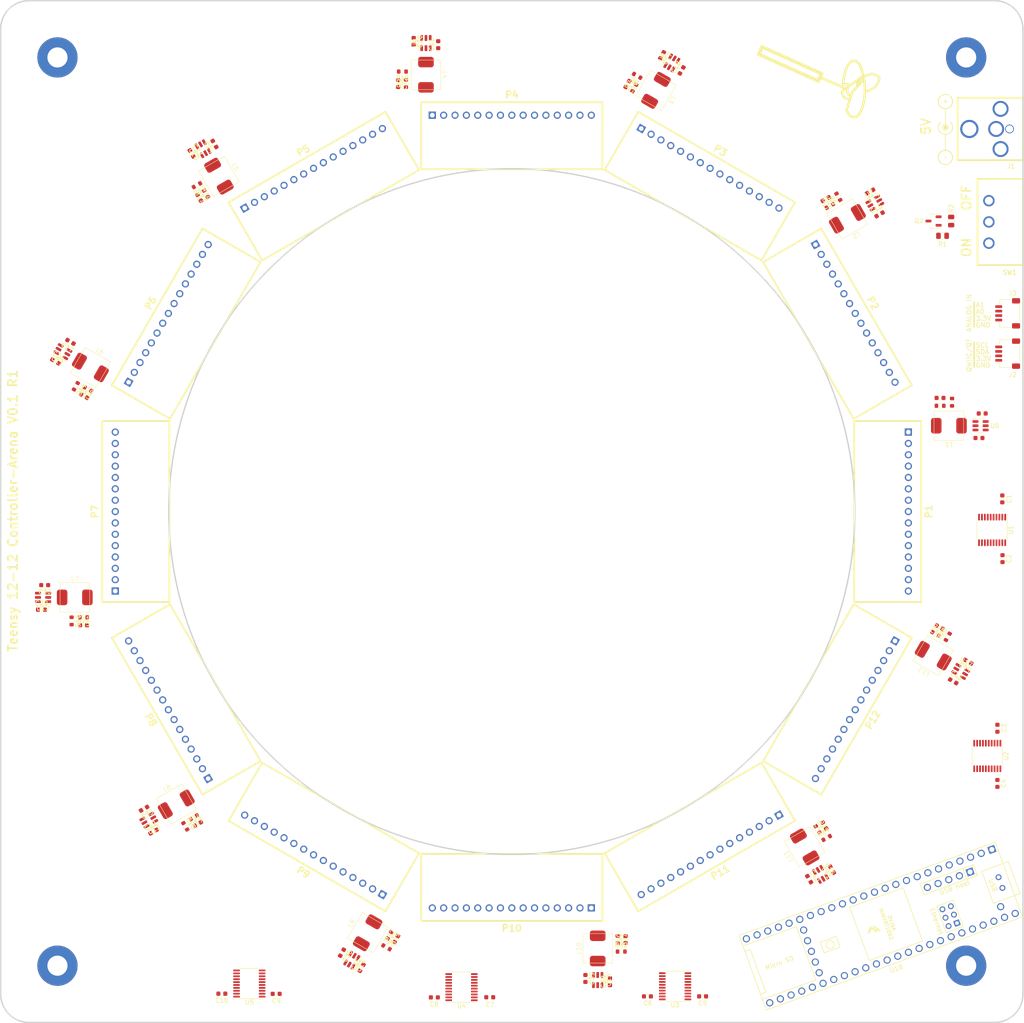
<source format=kicad_pcb>
(kicad_pcb (version 20221018) (generator pcbnew)
  (layers (0 "F.Cu" signal) (1 "In1.Cu" power) (2 "In2.Cu" power) (31 "B.Cu" signal) (34 "B.Paste" user) (35 "F.Paste" user) (36 "B.SilkS" user "B.Silkscreen") (37 "F.SilkS" user "F.Silkscreen") (38 "B.Mask" user) (39 "F.Mask" user) (44 "Edge.Cuts" user))
  (net 0 "")
  (net 1 "+3.3V")
  (net 2 "+5V")
  (net 3 "Net-(U6-VBST)")
  (net 4 "Net-(SW1-A)")
  (net 5 "/Teensy/SDA")
  (net 8 "/Teensy/SCL")
  (net 9 "/Teensy/A0")
  (net 11 "/Teensy/A1")
  (net 12 "Net-(U6-SW)")
  (net 13 "/Level Shifters/PAN5V.SCK_1")
  (net 14 "/Level Shifters/PAN5V.SCK_0")
  (net 15 "/Level Shifters/PAN5V.MOSI_0")
  (net 16 "/Level Shifters/PAN5V.MISO_0")
  (net 17 "/Level Shifters/PAN5V.CS_00")
  (net 18 "/Level Shifters/PAN5V.CS_01")
  (net 19 "/Level Shifters/PAN5V.CS_02")
  (net 20 "/Level Shifters/PAN5V.CS_03")
  (net 21 "/Level Shifters/PAN5V.CS_04")
  (net 22 "/Level Shifters/PAN5V.EXT_INT")
  (net 23 "GND")
  (net 27 "/Level Shifters/PAN5V.CS_05")
  (net 28 "/Level Shifters/PAN5V.CS_06")
  (net 29 "/Level Shifters/PAN5V.CS_08")
  (net 30 "/Level Shifters/PAN5V.CS_09")
  (net 43 "Net-(Q2-G)")
  (net 44 "/Level Shifters/PAN5V.CS_10")
  (net 45 "/Level Shifters/PAN5V.CS_11")
  (net 46 "/Level Shifters/PAN5V.CS_12")
  (net 47 "/Level Shifters/PAN5V.CS_13")
  (net 48 "/Level Shifters/PAN5V.CS_14")
  (net 49 "/Level Shifters/PAN5V.CS_15")
  (net 50 "/Level Shifters/PAN5V.CS_16")
  (net 51 "/Level Shifters/PAN5V.CS_17")
  (net 52 "/Level Shifters/PAN5V.CS_18")
  (net 53 "/Level Shifters/PAN5V.CS_19")
  (net 54 "/Level Shifters/PAN5V.CS_20")
  (net 55 "/Level Shifters/PAN5V.CS_21")
  (net 56 "/Level Shifters/PAN5V.CS_22")
  (net 57 "/Level Shifters/PAN5V.CS_23")
  (net 58 "/Level Shifters/PAN5V.CS_24")
  (net 59 "/Level Shifters/PAN5V.CS_25")
  (net 60 "/Level Shifters/PAN5V.CS_26")
  (net 61 "/Level Shifters/PAN5V.CS_27")
  (net 62 "/Level Shifters/PAN5V.CS_28")
  (net 63 "/Level Shifters/PAN5V.CS_29")
  (net 64 "/Level Shifters/PAN5V.MOSI_1")
  (net 65 "/Level Shifters/PAN5V.MISO_1")
  (net 84 "/Level Shifters/PAN5V.RESET")
  (net 85 "/Level Shifters/PAN3V.RESET")
  (net 86 "/Level Shifters/PAN3V.SCK_0")
  (net 87 "/Level Shifters/PAN3V.MOSI_0")
  (net 88 "/Level Shifters/PAN3V.MISO_0")
  (net 90 "/Level Shifters/PAN3V.SCK_1")
  (net 91 "/Level Shifters/PAN3V.MOSI_1")
  (net 92 "/Level Shifters/PAN3V.MISO_1")
  (net 94 "/Level Shifters/PAN3V.CS_00")
  (net 95 "/Level Shifters/PAN3V.CS_01")
  (net 96 "/Level Shifters/PAN3V.CS_02")
  (net 97 "/Level Shifters/PAN3V.CS_03")
  (net 98 "/Level Shifters/PAN3V.CS_04")
  (net 99 "/Level Shifters/PAN3V.CS_05")
  (net 100 "/Level Shifters/PAN3V.CS_06")
  (net 101 "/Level Shifters/PAN3V.CS_07")
  (net 102 "/Level Shifters/PAN5V.CS_07")
  (net 103 "/Level Shifters/PAN3V.CS_08")
  (net 104 "/Level Shifters/PAN3V.CS_09")
  (net 105 "/Level Shifters/PAN3V.CS_10")
  (net 106 "/Level Shifters/PAN3V.CS_11")
  (net 107 "/Level Shifters/PAN3V.CS_12")
  (net 108 "/Level Shifters/PAN3V.CS_13")
  (net 109 "/Level Shifters/PAN3V.CS_14")
  (net 110 "/Level Shifters/PAN3V.CS_15")
  (net 111 "/Level Shifters/PAN3V.CS_16")
  (net 112 "/Level Shifters/PAN3V.CS_17")
  (net 113 "/Level Shifters/PAN3V.CS_18")
  (net 114 "/Level Shifters/PAN3V.CS_19")
  (net 115 "/Level Shifters/PAN3V.CS_20")
  (net 116 "/Level Shifters/PAN3V.CS_21")
  (net 117 "/Level Shifters/PAN3V.CS_22")
  (net 118 "/Level Shifters/PAN3V.CS_23")
  (net 119 "/Level Shifters/PAN3V.CS_24")
  (net 120 "/Level Shifters/PAN3V.CS_25")
  (net 121 "/Level Shifters/PAN3V.CS_26")
  (net 122 "/Level Shifters/PAN3V.CS_27")
  (net 123 "/Level Shifters/PAN3V.CS_28")
  (net 124 "/Level Shifters/PAN3V.CS_29")
  (net 126 "/Level Shifters/PAN3V.EXT_INT")
  (net 146 "/Panel Headers/RESET")
  (net 147 "VCC")
  (net 148 "/Panel Headers/POW.5V_HDR_1")
  (net 149 "Net-(U7-VBST)")
  (net 150 "Net-(U7-SW)")
  (net 151 "/Panel Headers/POW.5V_HDR_2")
  (net 152 "Net-(U8-VBST)")
  (net 153 "Net-(U8-SW)")
  (net 154 "/Panel Headers/POW.5V_HDR_3")
  (net 155 "Net-(U9-VBST)")
  (net 156 "Net-(U9-SW)")
  (net 157 "/Panel Headers/POW.5V_HDR_4")
  (net 158 "Net-(U10-VBST)")
  (net 159 "Net-(U10-SW)")
  (net 160 "/Panel Headers/POW.5V_HDR_5")
  (net 161 "Net-(U11-VBST)")
  (net 162 "Net-(U11-SW)")
  (net 163 "/Panel Headers/POW.5V_HDR_6")
  (net 164 "Net-(U12-VBST)")
  (net 165 "Net-(U12-SW)")
  (net 166 "/Panel Headers/POW.5V_HDR_7")
  (net 167 "Net-(U13-VBST)")
  (net 168 "Net-(U13-SW)")
  (net 169 "/Panel Headers/POW.5V_HDR_8")
  (net 170 "Net-(U14-VBST)")
  (net 171 "Net-(U14-SW)")
  (net 172 "/Panel Headers/POW.5V_HDR_9")
  (net 173 "Net-(U15-VBST)")
  (net 174 "Net-(U15-SW)")
  (net 175 "/Panel Headers/POW.5V_HDR_10")
  (net 176 "Net-(U16-VBST)")
  (net 177 "Net-(U16-SW)")
  (net 178 "/Panel Headers/POW.5V_HDR_11")
  (net 179 "Net-(U17-VBST)")
  (net 180 "Net-(U17-SW)")
  (net 181 "/Panel Headers/POW.5V_HDR_12")
  (net 182 "Net-(U6-VFB)")
  (net 183 "Net-(U7-VFB)")
  (net 184 "Net-(U8-VFB)")
  (net 185 "Net-(U9-VFB)")
  (net 186 "Net-(U10-VFB)")
  (net 187 "Net-(U11-VFB)")
  (net 188 "Net-(U12-VFB)")
  (net 189 "Net-(U13-VFB)")
  (net 190 "Net-(U14-VFB)")
  (net 191 "Net-(U15-VFB)")
  (net 192 "Net-(U16-VFB)")
  (net 193 "Net-(U17-VFB)")
  (footprint "arena_custom:CYA0650_3P3UH" (layer "F.Cu") (at 275.5086 158.5976 180)
    (fp_text reference "L1")
    (fp_text value "3.3uH")
  )
  (footprint "Package_TO_SOT_SMD:SOT-23-6" (layer "F.Cu") (at 197.0024 282.6146 -90)
    (fp_text reference "U15")
    (fp_text value "TPS564201DDC")
  )
  (footprint "Capacitor_SMD:C_0603_1608Metric" (layer "F.Cu") (at 286.385 226.28 90)
    (fp_text reference "C3")
    (fp_text value "0.1uF")
  )
  (footprint "Capacitor_SMD:C_0603_1608Metric" (layer "F.Cu") (at 106.202952 97.681476 -60)
    (fp_text reference "C23")
    (fp_text value "10uF")
  )
  (footprint "MountingHole:MountingHole_4.5mm_Pad" (layer "F.Cu") (at 76.2 76.2)
    (fp_text reference "H1" hide)
    (fp_text value "MountingHole_Pad")
  )
  (footprint "arena_custom:HEADER_TOP" (layer "F.Cu") (at 177.799999 266.474028 180)
    (fp_text reference "P10")
    (fp_text value "CONN15" hide)
  )
  (footprint "Capacitor_SMD:C_0603_1608Metric" (layer "F.Cu") (at 208.124 286.268 180)
    (fp_text reference "C6")
    (fp_text value "0.1uF")
  )
  (footprint "Capacitor_SMD:C_0603_1608Metric" (layer "F.Cu") (at 152.3746 82.040199 -90)
    (fp_text reference "C22")
    (fp_text value "22uF")
  )
  (footprint "Resistor_SMD:R_0603_1608Metric" (layer "F.Cu") (at 202.2724 276.2392)
    (fp_text reference "R22")
    (fp_text value "10k")
  )
  (footprint "arena_custom:HEADER_TOP" (layer "F.Cu") (at 254.593961 222.137014 -120)
    (fp_text reference "P12")
    (fp_text value "CONN15" hide)
  )
  (footprint "Resistor_SMD:R_0603_1608Metric" (layer "F.Cu") (at 153.3276 79.360799 180)
    (fp_text reference "R10")
    (fp_text value "10k")
  )
  (footprint "arena_custom:HEADER_TOP" (layer "F.Cu") (at 89.125971 177.8 90)
    (fp_text reference "P7")
    (fp_text value "CONN15" hide)
  )
  (footprint "Capacitor_SMD:C_0603_1608Metric" (layer "F.Cu") (at 215.775415 79.106251 60)
    (fp_text reference "C18")
    (fp_text value "100nF")
  )
  (footprint "Capacitor_SMD:C_0603_1608Metric" (layer "F.Cu") (at 111.316414 95.565451 120)
    (fp_text reference "C24")
    (fp_text value "100nF")
  )
  (footprint "Capacitor_SMD:C_0603_1608Metric" (layer "F.Cu") (at 73.340999 194.2592 180)
    (fp_text reference "C30")
    (fp_text value "100nF")
  )
  (footprint "Package_TO_SOT_SMD:SOT-23-6" (layer "F.Cu") (at 258.970907 108.762933 30)
    (fp_text reference "U7")
    (fp_text value "TPS564201DDC")
  )
  (footprint "Capacitor_SMD:C_0603_1608Metric" (layer "F.Cu") (at 82.040199 203.2254)
    (fp_text reference "C31")
    (fp_text value "22uF")
  )
  (footprint "arena_custom:slide_switch" (layer "F.Cu") (at 287.02 113.0027 90)
    (fp_text reference "SW1")
    (fp_text value "SW_SPDT" hide)
  )
  (footprint "Package_SO:TSSOP-20_4.4x6.5mm_P0.65mm" (layer "F.Cu") (at 214.3086 284.0016 180)
    (fp_text reference "U3")
    (fp_text value "TXB0108PW")
  )
  (footprint "Capacitor_SMD:C_0603_1608Metric" (layer "F.Cu") (at 97.681476 249.397047 30)
    (fp_text reference "C32")
    (fp_text value "10uF")
  )
  (footprint "Resistor_SMD:R_0603_1608Metric" (layer "F.Cu") (at 248.21332 250.814648 30)
    (fp_text reference "R24")
    (fp_text value "10k")
  )
  (footprint "Capacitor_SMD:C_0603_1608Metric" (layer "F.Cu") (at 160.4794 286.4912 180)
    (fp_text reference "C8")
    (fp_text value "0.1uF")
  )
  (footprint "Package_SO:TSSOP-20_4.4x6.5mm_P0.65mm" (layer "F.Cu") (at 284.1252 232.4759 -90)
    (fp_text reference "U2")
    (fp_text value "TXB0108PW")
  )
  (footprint "Resistor_SMD:R_0603_1608Metric" (layer "F.Cu") (at 109.412653 106.695241 120)
    (fp_text reference "R11")
    (fp_text value "56.2k")
  )
  (footprint "Resistor_SMD:R_0603_1608Metric" (layer "F.Cu") (at 106.695241 246.187346 -150)
    (fp_text reference "R17")
    (fp_text value "56.2k")
  )
  (footprint "Package_TO_SOT_SMD:SOT-23-6" (layer "F.Cu") (at 278.173307 213.577534 -30)
    (fp_text reference "U17")
    (fp_text value "TPS564201DDC")
  )
  (footprint "arena_custom:HEADER_TOP" (layer "F.Cu") (at 133.462985 254.593961 150)
    (fp_text reference "P9")
    (fp_text value "CONN15" hide)
  )
  (footprint "arena_custom:HEADER_TOP" (layer "F.Cu") (at 222.137014 254.593961 -150)
    (fp_text reference "P11")
    (fp_text value "CONN15" hide)
  )
  (footprint "Capacitor_SMD:C_0603_1608Metric" (layer "F.Cu") (at 161.3408 73.340999 90)
    (fp_text reference "C21")
    (fp_text value "100nF")
  )
  (footprint "arena_custom:CYA0650_3P3UH" (layer "F.Cu") (at 112.315933 102.783069 -60)
    (fp_text reference "L5")
    (fp_text value "3.3uH")
  )
  (footprint "Capacitor_SMD:C_0603_1608Metric" (layer "F.Cu") (at 125.1074 285.6992)
    (fp_text reference "C9")
    (fp_text value "0.1uF")
  )
  (footprint "arena_custom:JST_SH_SM04B-SRSS-TB_1x04-1MP_P1.00mm_Horizontal" (layer "F.Cu") (at 288.6756 133.4516 90)
    (fp_text reference "J3")
    (fp_text value "Conn_01x04" hide)
  )
  (footprint "Resistor_SMD:R_0603_1608Metric" (layer "F.Cu") (at 104.785351 248.21332 -60)
    (fp_text reference "R18")
    (fp_text value "10k")
  )
  (footprint "Resistor_SMD:R_0603_1608Metric" (layer "F.Cu") (at 80.312951 149.774119 -120)
    (fp_text reference "R14")
    (fp_text value "10k")
  )
  (footprint "Capacitor_SMD:C_0603_1608Metric" (layer "F.Cu") (at 287.528 188.328 -90)
    (fp_text reference "C2")
    (fp_text value "0.1uF")
  )
  (footprint "Capacitor_SMD:C_0603_1608Metric" (layer "F.Cu") (at 95.565451 244.283585 -150)
    (fp_text reference "C33")
    (fp_text value "100nF")
  )
  (footprint "Capacitor_SMD:C_0603_1608Metric" (layer "F.Cu") (at 220.459 286.258)
    (fp_text reference "C5")
    (fp_text value "0.1uF")
  )
  (footprint "Resistor_SMD:R_0603_1608Metric" (layer "F.Cu") (at 272.577558 205.184854 -30)
    (fp_text reference "R25")
    (fp_text value "56.2k")
  )
  (footprint "Capacitor_SMD:C_0603_1608Metric" (layer "F.Cu") (at 72.616799 199.7456)
    (fp_text reference "C29")
    (fp_text value "10uF")
  )
  (footprint "Capacitor_SMD:C_0603_1608Metric" (layer "F.Cu") (at 112.9574 285.6592 180)
    (fp_text reference "C10")
    (fp_text value "0.1uF")
  )
  (footprint "Resistor_SMD:R_0603_1608Metric" (layer "F.Cu") (at 276.2392 153.3276 90)
    (fp_text reference "R4" hide)
    (fp_text value "10k" hide)
  )
  (footprint "Resistor_SMD:R_0603_1608Metric" (layer "F.Cu") (at 248.904758 109.412653 30)
    (fp_text reference "R5")
    (fp_text value "56.2k")
  )
  (footprint "Resistor_SMD:R_0603_1608Metric" (layer "F.Cu") (at 250.814648 107.386679 120)
    (fp_text reference "R6")
    (fp_text value "10k")
  )
  (footprint "Capacitor_SMD:C_0603_1608Metric" (layer "F.Cu") (at 151.939141 273.44312 60)
    (fp_text reference "C37")
    (fp_text value "22uF")
  )
  (footprint "Capacitor_SMD:C_0603_1608Metric" (layer "F.Cu") (at 194.2592 282.259 -90)
    (fp_text reference "C39")
    (fp_text value "100nF")
  )
  (footprint "Capacitor_SMD:C_0603_1608Metric" (layer "F.Cu") (at 257.918523 106.202952 -150)
    (fp_text reference "C14")
    (fp_text value "10uF")
  )
  (footprint "Resistor_SMD:R_0603_1608Metric" (layer "F.Cu") (at 205.184854 83.022441 60)
    (fp_text reference "R7")
    (fp_text value "56.2k")
  )
  (footprint "MountingHole:MountingHole_4.5mm_Pad" (layer "F.Cu") (at 279.4 279.4)
    (fp_text reference "H3" hide)
    (fp_text value "MountingHole_Pad")
  )
  (footprint "Package_SO:TSSOP-20_4.4x6.5mm_P0.65mm" (layer "F.Cu") (at 285.201 181.9095 -90)
    (fp_text reference "U1")
    (fp_text value "TXB0108PW")
  )
  (footprint "arena_custom:CYA0650_3P3UH" (layer "F.Cu") (at 243.284066 252.81693 120)
    (fp_text reference "L11")
    (fp_text value "3.3uH")
  )
  (footprint "Package_TO_SOT_SMD:SOT-23-3" (layer "F.Cu") (at 272.1009 112.8014 180)
    (fp_text reference "Q2")
    (fp_text value "MOSFET_NCHAN" hide)
  )
  (footprint "MountingHole:MountingHole_4.5mm_Pad" (layer "F.Cu") (at 76.2 279.4)
    (fp_text reference "H4" hide)
    (fp_text value "MountingHole_Pad")
  )
  (footprint "arena_custom:CYA0650_3P3UH" (layer "F.Cu") (at 197.0024 275.5086 90)
    (fp_text reference "L10")
    (fp_text value "3.3uH")
  )
  (footprint "Capacitor_SMD:C_0603_1608Metric" (layer "F.Cu") (at 279.864123 211.386153 150)
    (fp_text reference "C44")
    (fp_text value "10uF")
  )
  (footprint "Package_TO_SOT_SMD:SOT-23-6" (layer "F.Cu") (at 142.022465 278.173307 -120)
    (fp_text reference "U14")
    (fp_text value "TPS564201DDC")
  )
  (footprint "Resistor_SMD:R_0603_1608Metric" (layer "F.Cu") (at 149.774119 275.287048 -30)
    (fp_text reference "R20")
    (fp_text value "10k")
  )
  (footprint "arena_custom:DCJACK_2PIN_HIGHCURRENT" (layer "F.Cu") (at 292.1 92.202 -90)
    (fp_text reference "J1")
    (fp_text value "Barrel_Jack" hide)
  )
  (footprint "Capacitor_SMD:C_0603_1608Metric" (layer "F.Cu") (at 75.735876 144.213846 -30)
    (fp_text reference "C26")
    (fp_text value "10uF")
  )
  (footprint "Capacitor_SMD:C_0603_1608Metric" (layer "F.Cu") (at 273.44312 203.660858 150)
    (fp_text reference "C46")
    (fp_text value "22uF")
  )
  (footprint "Capacitor_SMD:C_0603_1608Metric" (layer "F.Cu") (at 282.9832 155.8544 180)
    (fp_text reference "C11" hide)
    (fp_text value "100nF" hide)
  )
  (footprint "arena_custom:HEADER_TOP" (layer "F.Cu") (at 133.462985 101.006038 30)
    (fp_text reference "P5")
    (fp_text value "CONN15" hide)
  )
  (footprint "Capacitor_SMD:C_0603_1608Metric" (layer "F.Cu") (at 260.034548 111.316414 30)
    (fp_text reference "C15")
    (fp_text value "100nF")
  )
  (footprint "arena_custom:CYA0650_3P3UH" (layer "F.Cu") (at 80.091399 197.0024)
    (fp_text reference "L7")
    (fp_text value "3.3uH")
  )
  (footprint "Package_SO:TSSOP-20_4.4x6.5mm_P0.65mm" (layer "F.Cu") (at 166.55 284.204 180)
    (fp_text reference "U4")
    (fp_text value "TXB0108PW")
  )
  (footprint "Capacitor_SMD:C_0603_1608Metric" (layer "F.Cu") (at 79.106251 139.824584 150)
    (fp_text reference "C27")
    (fp_text value "100nF")
  )
  (footprint "arena_custom:HEADER_TOP" (layer "F.Cu") (at 177.8 89.125971)
    (fp_text reference "P4")
    (fp_text value "CONN15" hide)
  )
  (footprint "Capacitor_SMD:C_0603_1608Metric" (layer "F.Cu") (at 247.698942 248.01772 120)
    (fp_text reference "C43")
    (fp_text value "22uF")
  )
  (footprint "Resistor_SMD:R_0805_2012Metric" (layer "F.Cu") (at 274.1149 116.1034)
    (fp_text reference "R1")
    (fp_text value "200" hide)
  )
  (footprint "Capacitor_SMD:C_0603_1608Metric" (layer "F.Cu") (at 144.213846 279.864123 60)
    (fp_text reference "C35")
    (fp_text value "10uF")
  )
  (footprint "Resistor_SMD:R_0603_1608Metric" (layer "F.Cu") (at 150.415145 272.577558 -120)
    (fp_text reference "R19")
    (fp_text value "56.2k")
  )
  (footprint "Capacitor_SMD:C_0603_1608Metric" (layer "F.Cu") (at 82.156879 151.939141 -30)
    (fp_text reference "C28")
    (fp_text value "22uF")
  )
  (footprint "Capacitor_SMD:C_0603_1608Metric" (layer "F.Cu") (at 248.01772 107.901057 -150)
    (fp_text reference "C16")
    (fp_text value "22uF")
  )
  (footprint "Capacitor_SMD:C_0603_1608Metric" (layer "F.Cu") (at 107.901057 107.582279 -60)
    (fp_text reference "C25")
    (fp_text value "22uF")
  )
  (footprint "Capacitor_SMD:C_0603_1608Metric" (layer "F.Cu") (at 276.493748 215.775415 -30)
    (fp_text reference "C45")
    (fp_text value "100nF")
  )
  (footprint "Capacitor_SMD:C_0603_1608Metric" (layer "F.Cu") (at 211.386153 75.735876 -120)
    (fp_text reference "C17")
    (fp_text value "10uF")
  )
  (footprint "Capacitor_SMD:C_0603_1608Metric" (layer "F.Cu") (at 199.7456 282.9832 90)
    (fp_text reference "C38")
    (fp_text value "10uF")
  )
  (footprint "teensy:Teensy41" (layer "F.Cu") (at 260.310378 270.545439 -160)
    (fp_text reference "U18")
    (fp_text value "Teensy4.1")
  )
  (footprint "arena_custom:HEADER_TOP" (layer "F.Cu") (at 266.474028 177.8 -90)
    (fp_text reference "P1")
    (fp_text value "CONN15" hide)
  )
  (footprint "Capacitor_SMD:C_0603_1608Metric" (layer "F.Cu") (at 155.8544 72.616799 -90)
    (fp_text reference "C20")
    (fp_text value "10uF")
  )
  (footprint "Package_TO_SOT_SMD:SOT-23-6" (layer "F.Cu") (at 77.426692 142.022465 150)
    (fp_text reference "U11")
    (fp_text value "TPS564201DDC")
  )
  (footprint "Capacitor_SMD:C_0603_1608Metric" (layer "F.Cu") (at 203.2254 273.5598 90)
    (fp_text reference "C40")
    (fp_text value "22uF")
  )
  (footprint "Resistor_SMD:R_0603_1608Metric" (layer "F.Cu") (at 82.027799 201.4728 180)
    (fp_text reference "R15")
    (fp_text value "56.2k")
  )
  (footprint "arena_custom:HEADER_TOP" (layer "F.Cu") (at 101.006038 133.462985 60)
    (fp_text reference "P6")
    (fp_text value "CONN15" hide)
  )
  (footprint "arena_custom:CYA0650_3P3UH" (layer "F.Cu") (at 145.575465 272.01933 60)
    (fp_text reference "L9")
    (fp_text value "3.3uH")
  )
  (footprint "arena_custom:HEADER_TOP" (layer "F.Cu") (at 101.006038 222.137014 120)
    (fp_text reference "P8")
    (fp_text value "CONN15" hide)
  )
  (footprint "Capacitor_SMD:C_0603_1608Metric" (layer "F.Cu") (at 273.5598 152.3746 180)
    (fp_text reference "C13" hide)
    (fp_text value "22uF" hide)
  )
  (footprint "Package_TO_SOT_SMD:SOT-23-6" (layer "F.Cu") (at 96.629092 246.837066 -150)
    (fp_text reference "U13")
    (fp_text value "TPS564201DDC")
  )
  (footprint "Capacitor_SMD:C_0603_1608Metric" (layer "F.Cu") (at 282.259 161.3408)
    (fp_text reference "C12" hide)
    (fp_text value "10uF" hide)
  )
  (footprint "Package_TO_SOT_SMD:SOT-23-6" (layer "F.Cu") (at 158.5976 72.985399 90)
    (fp_text reference "U9")
    (fp_text value "TPS564201DDC")
  )
  (footprint "arena_custom:CYA0650_3P3UH" (layer "F.Cu") (at 210.024534 83.580669 -120)
    (fp_text reference "L3")
    (fp_text value "3.3uH")
  )
  (footprint "MountingHole:MountingHole_4.5mm_Pad" (layer "F.Cu") (at 279.4 76.2)
    (fp_text reference "H2" hide)
    (fp_text value "MountingHole_Pad")
  )
  (footprint "Capacitor_SMD:C_0603_1608Metric" (layer "F.Cu") (at 286.385 238.62 -90)
    (fp_text reference "C4")
    (fp_text value "0.1uF")
  )
  (footprint "Package_TO_SOT_SMD:SOT-23-6" (layer "F.Cu") (at 246.837066 258.970907 -60)
    (fp_text reference "U16")
    (fp_text value "TPS564201DDC")
  )
  (footprint "arena_custom:CYA0650_3P3UH" (layer "F.Cu") (at 83.580669 145.575465 -30)
    (fp_text reference "L6")
    (fp_text value "3.3uH")
  )
  (footprint "Resistor_SMD:R_0603_1608Metric" (layer "F.Cu") (at 273.5722 154.1272)
    (fp_text reference "R3" hide)
    (fp_text value "56.2k" hide)
  )
  (footprint "Package_TO_SOT_SMD:SOT-23-6" (layer "F.Cu") (at 282.6146 158.5976)
    (fp_text reference "U6")
    (fp_text value "TPS564201DDC" hide)
  )
  (footprint "Capacitor_SMD:C_0603_1608Metric" (layer "F.Cu") (at 172.8594 286.4612)
    (fp_text reference "C7")
    (fp_text value "0.1uF")
  )
  (footprint "Resistor_SMD:R_0603_1608Metric" (layer "F.Cu") (at 246.187346 248.904758 -60)
    (fp_text reference "R23")
    (fp_text value "56.2k")
  )
  (footprint "Package_TO_SOT_SMD:SOT-23-6" (layer "F.Cu") (at 72.985399 197.0024 180)
    (fp_text reference "U12")
    (fp_text value "TPS564201DDC")
  )
  (footprint "Resistor_SMD:R_0603_1608Metric" (layer "F.Cu") (at 205.82588 80.312951 150)
    (fp_text reference "R8")
    (fp_text value "10k")
  )
  (footprint "arena_custom:CYA0650_3P3UH" (layer "F.Cu") (at 252.81693 112.315933 -150)
    (fp_text reference "L2")
    (fp_text value "3.3uH")
  )
  (footprint "Capacitor_SMD:C_0603_1608Metric" (layer "F.Cu") (at 107.582279 247.698942 30)
    (fp_text reference "C34")
    (fp_text value "22uF")
  )
  (footprint "Capacitor_SMD:C_0603_1608Metric" (layer "F.Cu") (at 249.397047 257.918523 120)
    (fp_text reference "C41")
    (fp_text value "10uF")
  )
  (footprint "Resistor_SMD:R_0603_1608Metric" (layer "F.Cu") (at 275.287048 205.82588 60)
    (fp_text reference "R26")
    (fp_text value "10k")
  )
  (footprint "Capacitor_SMD:C_0603_1608Metric" (layer "F.Cu") (at 287.4772 174.9676 90)
    (fp_text reference "C1")
    (fp_text value "0.1uF")
  )
  (footprint "Resistor_SMD:R_0603_1608Metric" (layer "F.Cu") (at 79.360799 202.2724 -90)
    (fp_text reference "R16")
    (fp_text value "10k")
  )
  (footprint "arena_custom:CYA0650_3P3UH" (layer "F.Cu") (at 102.783069 243.284066 30)
    (fp_text reference "L8")
    (fp_text value "3.3uH")
  )
  (footprint "Resistor_SMD:R_0603_1608Metric" (layer "F.Cu") (at 83.022441 150.415145 150)
    (fp_text reference "R13")
    (fp_text value "56.2k")
  )
  (footprint "Package_TO_SOT_SMD:SOT-23-6" (layer "F.Cu") (at 213.577534 77.426692 60)
    (fp_text reference "U8")
    (fp_text value "TPS564201DDC")
  )
  (footprint "Resistor_SMD:R_0603_1608Metric" (layer "F.Cu") (at 154.1272 82.027799 90)
    (fp_text reference "R9")
    (fp_text value "56.2k")
  )
  (footprint "arena_custom:CYA0650_3P3UH" (layer "F.Cu") (at 272.01933 210.024534 150)
    (fp_text reference "L12")
    (fp_text value "3.3uH")
  )
  (footprint "arena_custom:HEADER_TOP" (layer "F.Cu") (at 254.593961 133.462985 -60)
    (fp_text reference "P2")
    (fp_text value "CONN15" hide)
  )
  (footprint "arena_custom:CYA0650_3P3UH" (layer "F.Cu") (at 158.5976 80.091399 -90)
    (fp_text reference "L4")
    (fp_text value "3.3uH")
  )
  (footprint "Capacitor_SMD:C_0603_1608Metric" (layer "F.Cu") (at 139.824584 276.493748 -120)
    (fp_text reference "C36")
    (fp_text value "100nF")
  )
  (footprint "arena_custom:JST_SH_SM04B-SRSS-TB_1x04-1MP_P1.00mm_Horizontal" (layer "F.Cu") (at 288.6756 142.4626 90)
    (fp_text reference "J2")
    (fp_text value "Conn_01x04" hide)
  )
  (footprint "Capacitor_SMD:C_0603_1608Metric" (layer "F.Cu") (at 244.283585 260.034548 -60)
    (fp_text reference "C42")
    (fp_text value "100nF")
  )
  (footprint "arena_custom:HEADER_TOP" (layer "F.Cu") (at 222.137014 101.006038 -30)
    (fp_text reference "P3")
    (fp_text value "CONN15" hide)
  )
  (footprint "Package_SO:TSSOP-20_4.4x6.5mm_P0.65mm" (layer "F.Cu") (at 119.1051 283.391 180)
    (fp_text reference "U5")
    (fp_text value "TXB0108PW")
  )
  (footprint "Resistor_SMD:R_0805_2012Metric" (layer "F.Cu") (at 276.0434 112.8014 -90)
    (fp_text reference "R2")
    (fp_text value "20k" hide)
  )
  (footprint "Resistor_SMD:R_0603_1608Metric" (layer "F.Cu") (at 201.4728 273.5722 -90)
    (fp_text reference "R21")
    (fp_text value "56.2k")
  )
  (footprint "Resistor_SMD:R_0603_1608Metric" (layer "F.Cu") (at 107.386679 104.785351 -150)
    (fp_text reference "R12")
    (fp_text value "10k")
  )
  (footprint "Capacitor_SMD:C_0603_1608Metric" (layer "F.Cu") (at 203.660858 82.156879 -120)
    (fp_text reference "C19")
    (fp_text value "22uF")
  )
  (footprint "Package_TO_SOT_SMD:SOT-23-6" (layer "F.Cu") (at 108.762933 96.629092 120)
    (fp_text reference "U10")
    (fp_text value "TPS564201DDC")
  )
  (gr_line (start 256.199044 87.297682) (end 256.271976 87.058327) (stroke (width 0.514144)) (layer "F.SilkS"))
  (gr_line (start 253.328128 89.085184) (end 253.428895 89.190784) (stroke (width 0.514144)) (layer "F.SilkS"))
  (gr_line (start 253.398643 85.370906) (end 253.047927 85.47159) (stroke (width 0.514144)) (layer "F.SilkS"))
  (gr_line (start 273.458677 92.763687) (end 273.412617 92.697601) (stroke (width 0.15487)) (layer "F.SilkS"))
  (gr_line (start 275.079658 84.502663) (end 275.156965 84.520506) (stroke (width 0.179621)) (layer "F.SilkS"))
  (gr_line (start 273.801544 84.787649) (end 273.864193 84.743099) (stroke (width 0.179621)) (layer "F.SilkS"))
  (gr_line (start 256.682667 84.850824) (end 256.710096 84.544275) (stroke (width 0.514144)) (layer "F.SilkS"))
  (gr_line (start 252.01772 82.16411) (end 251.877536 82.16992) (stroke (width 0.514144)) (layer "F.SilkS"))
  (gr_line (start 252.053344 83.360095) (end 252.337198 83.279574) (stroke (width 0.514144)) (layer "F.SilkS"))
  (gr_line (start 252.648282 87.995452) (end 252.864904 88.424901) (stroke (width 0.514144)) (layer "F.SilkS"))
  (gr_line (start 255.368341 88.978587) (end 255.474286 88.838667) (stroke (width 0.514144)) (layer "F.SilkS"))
  (gr_line (start 275.307038 100.056867) (end 275.232792 100.081989) (stroke (width 0.179621)) (layer "F.SilkS"))
  (gr_line (start 276.124191 97.727336) (end 276.162666 97.794252) (stroke (width 0.179621)) (layer "F.SilkS"))
  (gr_line (start 253.852396 89.497068) (end 253.962792 89.543132) (stroke (width 0.514144)) (layer "F.SilkS"))
  (gr_line (start 253.107055 88.828682) (end 253.329101 89.139146) (stroke (width 0.514144)) (layer "F.SilkS"))
  (gr_line (start 274.514275 87.647619) (end 274.435586 87.633567) (stroke (width 0.179621)) (layer "F.SilkS"))
  (gr_line (start 276.144971 92.629798) (end 276.102596 92.697601) (stroke (width 0.15487)) (layer "F.SilkS"))
  (gr_line (start 253.599513 89.404428) (end 253.881595 89.536188) (stroke (width 0.514144)) (layer "F.SilkS"))
  (gr_line (start 273.683213 99.738719) (end 273.627717 99.68581) (stroke (width 0.179621)) (layer "F.SilkS"))
  (gr_line (start 273.929041 99.922493) (end 273.864208 99.88093) (stroke (width 0.179621)) (layer "F.SilkS"))
  (gr_line (start 276.351319 92.042732) (end 276.338422 92.11912) (stroke (width 0.15487)) (layer "F.SilkS"))
  (gr_line (start 255.525857 82.231349) (end 253.909263 83.976567) (stroke (width 0.514144)) (layer "F.SilkS"))
  (gr_line (start 273.74118 97.322884) (end 273.801544 97.275447) (stroke (width 0.179621)) (layer "F.SilkS"))
  (gr_line (start 252.552095 78.774228) (end 252.838191 78.144863) (stroke (width 0.514144)) (layer "F.SilkS"))
  (gr_line (start 251.969289 84.954351) (end 251.774238 84.647473) (stroke (width 0.514144)) (layer "F.SilkS"))
  (gr_line (start 253.435013 77.325878) (end 253.641567 77.156405) (stroke (width 0.514144)) (layer "F.SilkS"))
  (gr_line (start 274.675394 87.663951) (end 274.594245 87.657781) (stroke (width 0.179621)) (layer "F.SilkS"))
  (gr_line (start 259.176866 80.098993) (end 259.525148 80.289985) (stroke (width 0.514144)) (layer "F.SilkS"))
  (gr_line (start 273.432595 99.449323) (end 273.391031 99.38449) (stroke (width 0.179621)) (layer "F.SilkS"))
  (gr_line (start 273.178102 85.824768) (end 273.192154 85.74608) (stroke (width 0.179621)) (layer "F.SilkS"))
  (gr_line (start 252.166875 85.147003) (end 251.969289 84.954351) (stroke (width 0.514144)) (layer "F.SilkS"))
  (gr_line (start 252.693095 88.053999) (end 252.775458 88.230525) (stroke (width 0.514144)) (layer "F.SilkS"))
  (gr_line (start 275.832018 87.250921) (end 275.774039 87.301144) (stroke (width 0.179621)) (layer "F.SilkS"))
  (gr_line (start 251.774238 84.647473) (end 251.684112 84.419114) (stroke (width 0.514144)) (layer "F.SilkS"))
  (gr_line (start 276.162666 85.306454) (end 276.197954 85.375353) (stroke (width 0.179621)) (layer "F.SilkS"))
  (gr_line (start 274.757623 87.666031) (end 274.675394 87.663951) (stroke (width 0.179621)) (layer "F.SilkS"))
  (gr_line (start 275.000969 84.488611) (end 275.079658 84.502663) (stroke (width 0.179621)) (layer "F.SilkS"))
  (gr_line (start 255.06343 89.325641) (end 255.481002 88.89717) (stroke (width 0.514144)) (layer "F.SilkS"))
  (gr_line (start 273.391023 85.239538) (end 273.432586 85.174706) (stroke (width 0.179621)) (layer "F.SilkS"))
  (gr_line (start 276.347273 98.392536) (end 276.353443 98.473685) (stroke (width 0.179621)) (layer "F.SilkS"))
  (gr_line (start 275.450382 97.115569) (end 275.51928 97.150857) (stroke (width 0.179621)) (layer "F.SilkS"))
  (gr_line (start 273.679039 93.007324) (end 273.618965 92.950211) (stroke (width 0.15487)) (layer "F.SilkS"))
  (gr_line (start 255.036411 82.539878) (end 255.042022 82.457412) (stroke (width 0.514144)) (layer "F.SilkS"))
  (gr_line (start 276.197954 86.760877) (end 276.162666 86.829776) (stroke (width 0.179621)) (layer "F.SilkS"))
  (gr_line (start 255.276137 77.430101) (end 255.346218 77.514994) (stroke (width 0.514144)) (layer "F.SilkS"))
  (gr_line (start 276.323059 85.74608) (end 276.337111 85.824768) (stroke (width 0.179621)) (layer "F.SilkS"))
  (gr_line (start 253.521335 77.222379) (end 253.965722 76.96148) (stroke (width 0.514144)) (layer "F.SilkS"))
  (gr_line (start 275.94042 97.481511) (end 275.990643 97.539491) (stroke (width 0.179621)) (layer "F.SilkS"))
  (gr_line (start 256.875322 83.833962) (end 256.742183 83.87768) (stroke (width 0.514144)) (layer "F.SilkS"))
  (gr_line (start 254.654616 76.988025) (end 254.738231 77.019672) (stroke (width 0.514144)) (layer "F.SilkS"))
  (gr_line (start 274.135626 84.595772) (end 274.208191 84.567161) (stroke (width 0.179621)) (layer "F.SilkS"))
  (gr_line (start 273.237589 92.344278) (end 273.213638 92.270036) (stroke (width 0.15487)) (layer "F.SilkS"))
  (gr_line (start 274.514268 96.976409) (end 274.594239 96.966247) (stroke (width 0.179621)) (layer "F.SilkS"))
  (gr_line (start 275.307038 87.569069) (end 275.232792 87.594191) (stroke (width 0.179621)) (layer "F.SilkS"))
  (gr_line (start 276.353443 98.638142) (end 276.347273 98.719291) (stroke (width 0.179621)) (layer "F.SilkS"))
  (gr_line (start 273.801558 99.836379) (end 273.741193 99.788942) (stroke (width 0.179621)) (layer "F.SilkS"))
  (gr_line (start 254.131302 89.588144) (end 254.188191 89.596579) (stroke (width 0.514144)) (layer "F.SilkS"))
  (gr_line (start 274.911957 93.414485) (end 274.834853 93.420012) (stroke (width 0.15487)) (layer "F.SilkS"))
  (gr_line (start 275.586196 87.434695) (end 275.51928 87.473171) (stroke (width 0.179621)) (layer "F.SilkS"))
  (gr_line (start 274.834853 93.420012) (end 274.757606 93.421855) (stroke (width 0.15487)) (layer "F.SilkS"))
  (gr_line (start 259.542541 82.121242) (end 259.303428 82.48594) (stroke (width 0.514144)) (layer "F.SilkS"))
  (gr_line (start 255.432428 81.506674) (end 255.645993 81.235336) (stroke (width 0.514144)) (layer "F.SilkS"))
  (gr_line (start 274.757623 91.163801) (end 274.757623 87.739042) (stroke (width 0.168772)) (layer "F.SilkS"))
  (gr_line (start 273.391031 99.38449) (end 273.352554 99.317574) (stroke (width 0.179621)) (layer "F.SilkS"))
  (gr_line (start 253.135036 82.646298) (end 253.29269 82.463024) (stroke (width 0.514144)) (layer "F.SilkS"))
  (gr_line (start 251.858224 83.534084) (end 252.053344 83.360095) (stroke (width 0.514144)) (layer "F.SilkS"))
  (gr_line (start 274.135639 100.028256) (end 274.064857 99.996257) (stroke (width 0.179621)) (layer "F.SilkS"))
  (gr_line (start 273.16177 85.985887) (end 273.16794 85.904738) (stroke (width 0.179621)) (layer "F.SilkS"))
  (gr_line (start 274.594245 87.657781) (end 274.514275 87.647619) (stroke (width 0.179621)) (layer "F.SilkS"))
  (gr_line (start 275.450382 87.508459) (end 275.379601 87.540458) (stroke (width 0.179621)) (layer "F.SilkS"))
  (gr_line (start 276.229953 99.177894) (end 276.197954 99.248675) (stroke (width 0.179621)) (layer "F.SilkS"))
  (gr_line (start 255.220933 77.362302) (end 255.627103 77.91908) (stroke (width 0.514144)) (layer "F.SilkS"))
  (gr_line (start 259.525148 80.289985) (end 259.78989 80.507871) (stroke (width 0.514144)) (layer "F.SilkS"))
  (gr_line (start 246.348282 81.480219) (end 233.048664 75.525588) (stroke (width 0.514144)) (layer "F.SilkS"))
  (gr_line (start 273.154682 91.657214) (end 273.163894 91.580397) (stroke (width 0.15487)) (layer "F.SilkS"))
  (gr_line (start 276.360531 91.965914) (end 276.351319 92.042732) (stroke (width 0.15487)) (layer "F.SilkS"))
  (gr_line (start 246.463759 81.532354) (end 247.222944 79.751814) (stroke (width 0.514144)) (layer "F.SilkS"))
  (gr_line (start 254.303207 76.931315) (end 254.393603 76.93489) (stroke (width 0.514144)) (layer "F.SilkS"))
  (gr_line (start 256.040481 87.747626) (end 256.121828 87.527581) (stroke (width 0.514144)) (layer "F.SilkS"))
  (gr_line (start 274.208191 97.054959) (end 274.282438 97.029837) (stroke (width 0.179621)) (layer "F.SilkS"))
  (gr_line (start 253.881595 89.536188) (end 254.324682 89.610855) (stroke (width 0.514144)) (layer "F.SilkS"))
  (gr_line (start 275.435657 93.272624) (end 275.363562 93.303944) (stroke (width 0.15487)) (layer "F.SilkS"))
  (gr_line (start 274.680359 93.420012) (end 274.603255 93.414485) (stroke (width 0.15487)) (layer "F.SilkS"))
  (gr_line (start 257.844701 80.028055) (end 258.211627 79.972669) (stroke (width 0.514144)) (layer "F.SilkS"))
  (gr_line (start 275.709728 93.110496) (end 275.643643 93.156555) (stroke (width 0.15487)) (layer "F.SilkS"))
  (gr_line (start 274.526438 93.405273) (end 274.450049 93.392377) (stroke (width 0.15487)) (layer "F.SilkS"))
  (gr_line (start 274.839851 87.663951) (end 274.757623 87.666031) (stroke (width 0.179621)) (layer "F.SilkS"))
  (gr_line (start 258.842153 80.017626) (end 259.176866 80.098993) (stroke (width 0.514144)) (layer "F.SilkS"))
  (gr_line (start 253.29269 82.463024) (end 253.412685 82.343878) (stroke (width 0.514144)) (layer "F.SilkS"))
  (gr_line (start 256.455241 80.603086) (end 256.647542 80.491892) (stroke (width 0.514144)) (layer "F.SilkS"))
  (gr_line (start 259.950052 81.16405) (end 259.836255 81.519547) (stroke (width 0.514144)) (layer "F.SilkS"))
  (gr_line (start 255.147913 89.218914) (end 255.259498 89.105469) (stroke (width 0.514144)) (layer "F.SilkS"))
  (gr_line (start 275.140979 93.375796) (end 275.065163 93.392377) (stroke (width 0.15487)) (layer "F.SilkS"))
  (gr_line (start 275.887512 84.938218) (end 275.94042 84.993713) (stroke (width 0.179621)) (layer "F.SilkS"))
  (gr_line (start 253.965362 76.988768) (end 254.076566 76.957025) (stroke (width 0.514144)) (layer "F.SilkS"))
  (gr_line (start 259.78989 80.507871) (end 259.966569 80.689146) (stroke (width 0.514144)) (layer "F.SilkS"))
  (gr_line (start 273.25665 85.518698) (end 273.285261 85.446135) (stroke (width 0.179621)) (layer "F.SilkS"))
  (gr_line (start 274.208204 100.056867) (end 274.135639 100.028256) (stroke (width 0.179621)) (layer "F.SilkS"))
  (gr_line (start 274.435586 100.121364) (end 274.358278 100.103522) (stroke (width 0.179621)) (layer "F.SilkS"))
  (gr_line (start 276.353443 85.985887) (end 276.355522 86.068115) (stroke (width 0.179621)) (layer "F.SilkS"))
  (gr_line (start 256.678724 81.644514) (end 256.650167 81.387806) (stroke (width 0.514144)) (layer "F.SilkS"))
  (gr_line (start 254.482303 76.945573) (end 254.569307 76.963305) (stroke (width 0.514144)) (layer "F.SilkS"))
  (gr_line (start 275.450382 84.627771) (end 275.51928 84.663059) (stroke (width 0.179621)) (layer "F.SilkS"))
  (gr_line (start 275.896248 92.950211) (end 275.836173 93.007324) (stroke (width 0.15487)) (layer "F.SilkS"))
  (gr_line (start 273.370242 90.993331) (end 273.412617 90.925528) (stroke (width 0.15487)) (layer "F.SilkS"))
  (gr_line (start 273.213638 91.353093) (end 273.237589 91.278851) (stroke (width 0.15487)) (layer "F.SilkS"))
  (gr_line (start 273.209998 98.955257) (end 273.192155 98.877949) (stroke (width 0.179621)) (layer "F.SilkS"))
  (gr_line (start 251.877536 82.16992) (end 251.922517 81.614249) (stroke (width 0.514144)) (layer "F.SilkS"))
  (gr_line (start 233.757241 73.863743) (end 247.056859 79.818372) (stroke (width 0.514144)) (layer "F.SilkS"))
  (gr_line (start 275.887512 97.426016) (end 275.94042 97.481511) (stroke (width 0.179621)) (layer "F.SilkS"))
  (gr_line (start 276.102596 92.697601) (end 276.056536 92.763687) (stroke (width 0.15487)) (layer "F.SilkS"))
  (gr_line (start 255.866011 88.156561) (end 255.955157 87.957419) (stroke (width 0.514144)) (layer "F.SilkS"))
  (gr_line (start 276.351319 91.580397) (end 276.360531 91.657214) (stroke (width 0.15487)) (layer "F.SilkS"))
  (gr_line (start 254.302959 89.603371) (end 254.429429 89.595126) (stroke (width 0.514144)) (layer "F.SilkS"))
  (gr_line (start 276.323059 98.877949) (end 276.305217 98.955257) (stroke (width 0.179621)) (layer "F.SilkS"))
  (gr_line (start 255.671304 78.034008) (end 255.731261 78.156298) (stroke (width 0.514144)) (layer "F.SilkS"))
  (gr_line (start 276.124191 85.239538) (end 276.162666 85.306454) (stroke (width 0.179621)) (layer "F.SilkS"))
  (gr_line (start 273.163894 91.580397) (end 273.176791 91.504009) (stroke (width 0.15487)) (layer "F.SilkS"))
  (gr_line (start 256.005789 78.856859) (end 256.103824 79.177541) (stroke (width 0.514144)) (layer "F.SilkS"))
  (gr_line (start 257.779754 83.532072) (end 257.434774 83.6898) (stroke (width 0.514144)) (layer "F.SilkS"))
  (gr_line (start 256.357616 80.272018) (end 255.706384 80.763982) (stroke (width 0.514144)) (layer "F.SilkS"))
  (gr_line (start 273.741193 87.301144) (end 273.683213 87.250921) (stroke (width 0.179621)) (layer "F.SilkS"))
  (gr_line (start 258.090858 83.404417) (end 257.779754 83.532072) (stroke (width 0.514144)) (layer "F.SilkS"))
  (gr_line (start 259.966569 80.689146) (end 259.993367 80.838851) (stroke (width 0.514144)) (layer "F.SilkS"))
  (gr_line (start 276.229953 97.933932) (end 276.258563 98.006496) (stroke (width 0.179621)) (layer "F.SilkS"))
  (gr_line (start 256.942987 80.339952) (end 257.168924 80.23152) (stroke (width 0.514144)) (layer "F.SilkS"))
  (gr_line (start 256.75071 82.712449) (end 256.739244 82.43984) (stroke (width 0.514144)) (layer "F.SilkS"))
  (gr_line (start 253.269248 84.659038) (end 253.123313 84.504252) (stroke (width 0.514144)) (layer "F.SilkS"))
  (gr_line (start 275.832018 99.738719) (end 275.774039 99.788942) (stroke (width 0.179621)) (layer "F.SilkS"))
  (gr_line (start 274.757623 100.153828) (end 274.675394 100.151749) (stroke (width 0.179621)) (layer "F.SilkS"))
  (gr_line (start 273.285261 97.933932) (end 273.31726 97.863151) (stroke (width 0.179621)) (layer "F.SilkS"))
  (gr_line (start 276.347273 85.904738) (end 276.353443 85.985887) (stroke (width 0.179621)) (layer "F.SilkS"))
  (gr_line (start 275.651027 84.743099) (end 275.713675 84.787649) (stroke (width 0.179621)) (layer "F.SilkS"))
  (gr_line (start 275.953362 90.732993) (end 276.006791 90.795216) (stroke (width 0.15487)) (layer "F.SilkS"))
  (gr_line (start 276.006791 92.827913) (end 275.953362 92.890135) (stroke (width 0.15487)) (layer "F.SilkS"))
  (gr_line (start 281.1756 139.9466) (end 281.1756 145.4466) (stroke (width 0.381)) (layer "F.SilkS"))
  (gr_line (start 252.56042 83.13397) (end 252.542989 83.175007) (stroke (width 0.514144)) (layer "F.SilkS"))
  (gr_line (start 273.163894 92.042732) (end 273.154682 91.965915) (stroke (width 0.15487)) (layer "F.SilkS"))
  (gr_line (start 276.258563 85.518698) (end 276.283685 85.592944) (stroke (width 0.179621)) (layer "F.SilkS"))
  (gr_line (start 273.256654 86.617532) (end 273.231531 86.543286) (stroke (width 0.179621)) (layer "F.SilkS"))
  (gr_line (start 276.144971 90.99333) (end 276.183661 91.062707) (stroke (width 0.15487)) (layer "F.SilkS"))
  (gr_line (start 253.672708 82.321579) (end 251.877536 82.169922) (stroke (width 0.514144)) (layer "F.SilkS"))
  (gr_line (start 256.650167 81.387806) (end 256.61758 81.135749) (stroke (width 0.514144)) (layer "F.SilkS"))
  (gr_line (start 274.151651 93.303944) (end 274.079555 93.272624) (stroke (width 0.15487)) (layer "F.SilkS"))
  (gr_line (start 275.713675 87.348581) (end 275.651027 87.393132) (stroke (width 0.179621)) (layer "F.SilkS"))
  (gr_line (start 273.352554 99.317574) (end 273.317265 99.248675) (stroke (width 0.179621)) (layer "F.SilkS"))
  (gr_line (start 273.6832 84.885309) (end 273.74118 84.835086) (stroke (width 0.179621)) (layer "F.SilkS"))
  (gr_line (start 252.264493 79.665606) (end 252.552095 78.774228) (stroke (width 0.514144)) (layer "F.SilkS"))
  (gr_line (start 273.561851 90.732993) (end 273.618965 90.672917) (stroke (width 0.15487)) (layer "F.SilkS"))
  (gr_line (start 273.561851 92.890135) (end 273.508421 92.827913) (stroke (width 0.15487)) (layer "F.SilkS"))
  (gr_line (start 273.192154 98.233878) (end 273.209996 98.156569) (stroke (width 0.179621)) (layer "F.SilkS"))
  (gr_line (start 275.379601 87.540458) (end 275.307038 87.569069) (stroke (width 0.179621)) (layer "F.SilkS"))
  (gr_line (start 273.524573 85.051693) (end 273.574796 84.993713) (stroke (width 0.179621)) (layer "F.SilkS"))
  (gr_line (start 273.352554 86.829776) (end 273.317265 86.760877) (stroke (width 0.179621)) (layer "F.SilkS"))
  (gr_line (start 273.801544 97.275447) (end 273.864193 97.230896) (stroke (width 0.179621)) (layer "F.SilkS"))
  (gr_line (start 276.283685 99.031084) (end 276.258563 99.10533) (stroke (width 0.179621)) (layer "F.SilkS"))
  (gr_line (start 252.813388 83.330316) (end 252.914922 82.982534) (stroke (width 0.514144)) (layer "F.SilkS"))
  (gr_line (start 274.135639 87.540458) (end 274.064857 87.508459) (stroke (width 0.179621)) (layer "F.SilkS"))
  (gr_line (start 275.832018 97.373107) (end 275.887512 97.426016) (stroke (width 0.179621)) (layer "F.SilkS"))
  (gr_line (start 273.331551 92.560422) (end 273.296546 92.489614) (stroke (width 0.15487)) (layer "F.SilkS"))
  (gr_line (start 276.038079 97.599855) (end 276.082629 97.662503) (stroke (width 0.179621)) (layer "F.SilkS"))
  (gr_line (start 273.627717 99.68581) (end 273.574807 99.630315) (stroke (width 0.179621)) (layer "F.SilkS"))
  (gr_line (start 255.042022 82.457412) (end 255.046822 82.39657) (stroke (width 0.514144)) (layer "F.SilkS"))
  (gr_line (start 251.877536 82.169922) (end 251.908122 81.714717) (stroke (width 0.514144)) (layer "F.SilkS"))
  (gr_line (start 273.508421 92.827913) (end 273.458677 92.763687) (stroke (width 0.15487)) (layer "F.SilkS"))
  (gr_line (start 274.514268 84.488611) (end 274.594239 84.478449) (stroke (width 0.179621)) (layer "F.SilkS"))
  (gr_line (start 276.038079 85.112057) (end 276.082629 85.174706) (stroke (width 0.179621)) (layer "F.SilkS"))
  (gr_line (start 275.774039 87.301144) (end 275.713675 87.348581) (stroke (width 0.179621)) (layer "F.SilkS"))
  (gr_line (start 256.76 83.267298) (end 256.757661 82.988359) (stroke (width 0.514144)) (layer "F.SilkS"))
  (gr_line (start 273.741193 99.788942) (end 273.683213 99.738719) (stroke (width 0.179621)) (layer "F.SilkS"))
  (gr_line (start 233.048664 75.525588) (end 233.757241 73.863743) (stroke (width 0.514144)) (layer "F.SilkS"))
  (gr_line (start 273.31726 97.863151) (end 273.352548 97.794252) (stroke (width 0.179621)) (layer "F.SilkS"))
  (gr_line (start 275.774039 97.322884) (end 275.832018 97.373107) (stroke (width 0.179621)) (layer "F.SilkS"))
  (gr_line (start 255.259498 89.105469) (end 255.368341 88.978587) (stroke (width 0.514144)) (layer "F.SilkS"))
  (gr_line (start 275.307038 84.567161) (end 275.379601 84.595772) (stroke (width 0.179621)) (layer "F.SilkS"))
  (gr_line (start 276.321841 91.428193) (end 276.338422 91.504008) (stroke (width 0.15487)) (layer "F.SilkS"))
  (gr_line (start 253.428895 89.190784) (end 253.531823 89.285068) (stroke (width 0.514144)) (layer "F.SilkS"))
  (gr_line (start 276.337111 85.824768) (end 276.347273 85.904738) (stroke (width 0.179621)) (layer "F.SilkS"))
  (gr_line (start 252.164419 80.079481) (end 252.277697 79.618968) (stroke (width 0.514144)) (layer "F.SilkS"))
  (gr_line (start 254.820151 77.058187) (end 254.900378 77.103508) (stroke (width 0.514144)) (layer "F.SilkS"))
  (gr_line (start 256.463519 86.287504) (end 256.517769 86.014304) (stroke (width 0.514144)) (layer "F.SilkS"))
  (gr_poly (pts (xy 274.691671 85.999718) (xy 274.691671 85.55059) (xy 274.82351 85.55059) (xy 274.82351 85.999718) (xy 275.272643 85.999718) (xy 275.272643 86.136516) (xy 274.82351 86.136516) (xy 274.82351 86.585642) (xy 274.691671 86.585642) (xy 274.691671 86.136516) (xy 274.242538 86.136516) (xy 274.242538 85.999718)) (fill solid) (layer "F.SilkS"))
  (gr_line (start 273.574807 99.630315) (end 273.524583 99.572336) (stroke (width 0.179621)) (layer "F.SilkS"))
  (gr_line (start 274.358278 100.103522) (end 274.28245 100.081989) (stroke (width 0.179621)) (layer "F.SilkS"))
  (gr_line (start 276.353443 98.473685) (end 276.355522 98.555913) (stroke (width 0.179621)) (layer "F.SilkS"))
  (gr_line (start 259.023559 82.799008) (end 258.722802 83.026055) (stroke (width 0.514144)) (layer "F.SilkS"))
  (gr_line (start 275.000969 96.976409) (end 275.079658 96.990462) (stroke (width 0.179621)) (layer "F.SilkS"))
  (gr_line (start 276.038079 99.511971) (end 275.990643 99.572336) (stroke (width 0.179621)) (layer "F.SilkS"))
  (gr_line (start 275.896248 90.672917) (end 275.953362 90.732993) (stroke (width 0.15487)) (layer "F.SilkS"))
  (gr_line (start 275.156965 100.103522) (end 275.079658 100.121364) (stroke (width 0.179621)) (layer "F.SilkS"))
  (gr_line (start 274.594239 84.478449) (end 274.675391 84.472279) (stroke (width 0.179621)) (layer "F.SilkS"))
  (gr_line (start 255.789534 78.284609) (end 255.846123 78.418881) (stroke (width 0.514144)) (layer "F.SilkS"))
  (gr_line (start 276.283685 85.592944) (end 276.305217 85.668771) (stroke (width 0.179621)) (layer "F.SilkS"))
  (gr_line (start 253.133544 88.841221) (end 253.229639 88.968564) (stroke (width 0.514144)) (layer "F.SilkS"))
  (gr_line (start 274.757623 96.89627) (end 274.757623 93.471512) (stroke (width 0.168772)) (layer "F.SilkS"))
  (gr_line (start 275.94042 87.142517) (end 275.887512 87.198012) (stroke (width 0.179621)) (layer "F.SilkS"))
  (gr_line (start 273.231528 85.592944) (end 273.25665 85.518698) (stroke (width 0.179621)) (layer "F.SilkS"))
  (gr_line (start 254.873437 77.076596) (end 255.220933 77.362302) (stroke (width 0.514144)) (layer "F.SilkS"))
  (gr_line (start 275.000969 87.647619) (end 274.921 87.657781) (stroke (width 0.179621)) (layer "F.SilkS"))
  (gr_line (start 273.16794 98.719291) (end 273.16177 98.638142) (stroke (width 0.179621)) (layer "F.SilkS"))
  (gr_line (start 273.231528 98.080742) (end 273.25665 98.006496) (stroke (width 0.179621)) (layer "F.SilkS"))
  (gr_line (start 276.218667 91.133515) (end 276.249987 91.20561) (stroke (width 0.15487)) (layer "F.SilkS"))
  (gr_line (start 256.703154 81.905602) (end 256.678724 81.644514) (stroke (width 0.514144)) (layer "F.SilkS"))
  (gr_line (start 252.277697 79.618968) (end 252.405794 79.18749) (stroke (width 0.514144)) (layer "F.SilkS"))
  (gr_line (start 255.046822 82.39657) (end 255.049075 82.373567) (stroke (width 0.514144)) (layer "F.SilkS"))
  (gr_line (start 273.995957 99.960969) (end 273.929041 99.922493) (stroke (width 0.179621)) (layer "F.SilkS"))
  (gr_line (start 252.914922 82.982534) (end 253.135036 82.646298) (stroke (width 0.514144)) (layer "F.SilkS"))
  (gr_line (start 274.358267 97.008304) (end 274.435577 96.990462) (stroke (width 0.179621)) (layer "F.SilkS"))
  (gr_line (start 274.064843 97.115569) (end 274.135626 97.08357) (stroke (width 0.179621)) (layer "F.SilkS"))
  (gr_line (start 273.15969 86.068115) (end 273.16177 85.985887) (stroke (width 0.179621)) (layer "F.SilkS"))
  (gr_line (start 274.514275 100.135417) (end 274.435586 100.121364) (stroke (width 0.179621)) (layer "F.SilkS"))
  (gr_line (start 273.524573 97.539491) (end 273.574796 97.481511) (stroke (width 0.179621)) (layer "F.SilkS"))
  (gr_line (start 254.393603 76.93489) (end 254.482303 76.945573) (stroke (width 0.514144)) (layer "F.SilkS"))
  (gr_line (start 274.675391 96.960077) (end 274.757623 96.957998) (stroke (width 0.179621)) (layer "F.SilkS"))
  (gr_line (start 276.197954 97.863151) (end 276.229953 97.933932) (stroke (width 0.179621)) (layer "F.SilkS"))
  (gr_line (start 273.805485 93.110496) (end 273.74126 93.060753) (stroke (width 0.15487)) (layer "F.SilkS"))
  (gr_line (start 246.413145 81.651057) (end 246.463759 81.532354) (stroke (width 0.514144)) (layer "F.SilkS"))
  (gr_line (start 276.301574 92.270036) (end 276.277623 92.344278) (stroke (width 0.15487)) (layer "F.SilkS"))
  (gr_line (start 275.713675 97.275447) (end 275.774039 97.322884) (stroke (width 0.179621)) (layer "F.SilkS"))
  (gr_line (start 273.352548 97.794252) (end 273.391023 97.727336) (stroke (width 0.179621)) (layer "F.SilkS"))
  (gr_line (start 275.651027 97.230896) (end 275.713675 97.275447) (stroke (width 0.179621)) (layer "F.SilkS"))
  (gr_line (start 252.066861 80.566931) (end 252.164419 80.079481) (stroke (width 0.514144)) (layer "F.SilkS"))
  (gr_line (start 273.524583 87.084537) (end 273.477146 87.024173) (stroke (width 0.179621)) (layer "F.SilkS"))
  (gr_line (start 254.429429 89.595126) (end 254.554235 89.57066) (stroke (width 0.514144)) (layer "F.SilkS"))
  (gr_line (start 275.887512 99.68581) (end 275.832018 99.738719) (stroke (width 0.179621)) (layer "F.SilkS"))
  (gr_line (start 257.434774 83.6898) (end 257.147111 83.738716) (stroke (width 0.514144)) (layer "F.SilkS"))
  (gr_line (start 273.192154 85.74608) (end 273.209996 85.668771) (stroke (width 0.179621)) (layer "F.SilkS"))
  (gr_line (start 256.566963 85.733638) (end 256.610946 85.445904) (stroke (width 0.514144)) (layer "F.SilkS"))
  (gr_line (start 275.51928 97.150857) (end 275.586196 97.189333) (stroke (width 0.179621)) (layer "F.SilkS"))
  (gr_line (start 251.985926 81.07922) (end 252.066861 80.566931) (stroke (width 0.514144)) (layer "F.SilkS"))
  (gr_line (start 256.588437 81.13962) (end 253.909288 83.976566) (stroke (width 0.514144)) (layer "F.SilkS"))
  (gr_line (start 276.006791 90.795216) (end 276.056536 90.859442) (stroke (width 0.15487)) (layer "F.SilkS"))
  (gr_line (start 255.864154 78.448817) (end 256.087136 79.124247) (stroke (width 0.514144)) (layer "F.SilkS"))
  (gr_line (start 255.773197 88.344655) (end 255.866011 88.156561) (stroke (width 0.514144)) (layer "F.SilkS"))
  (gr_line (start 252.862258 84.007779) (end 252.804643 83.656706) (stroke (width 0.514144)) (layer "F.SilkS"))
  (gr_line (start 246.942174 80.746439) (end 252.56042 83.13397) (stroke (width 0.514144)) (layer "F.SilkS"))
  (gr_line (start 256.610946 85.445904) (end 256.649566 85.1515) (stroke (width 0.514144)) (layer "F.SilkS"))
  (gr_line (start 276.337111 98.79926) (end 276.323059 98.877949) (stroke (width 0.179621)) (layer "F.SilkS"))
  (gr_line (start 253.747749 77.08872) (end 253.855718 77.032754) (stroke (width 0.514144)) (layer "F.SilkS"))
  (gr_poly (pts (xy 274.832166 98.298797) (xy 274.832166 98.813028) (xy 274.683015 98.813028) (xy 274.683015 98.298797)) (fill solid) (layer "F.SilkS"))
  (gr_line (start 256.731697 84.232249) (end 256.747318 83.915146) (stroke (width 0.514144)) (layer "F.SilkS"))
  (gr_line (start 276.162666 97.794252) (end 276.197954 97.863151) (stroke (width 0.179621)) (layer "F.SilkS"))
  (gr_line (start 273.477146 87.024173) (end 273.432595 86.961524) (stroke (width 0.179621)) (layer "F.SilkS"))
  (gr_line (start 258.722802 83.026055) (end 258.371227 83.2262) (stroke (width 0.514144)) (layer "F.SilkS"))
  (gr_line (start 253.909263 83.976567) (end 252.648282 87.995452) (stroke (width 0.514144)) (layer "F.SilkS"))
  (gr_line (start 257.168924 80.23152) (end 257.485784 80.119245) (stroke (width 0.514144)) (layer "F.SilkS"))
  (gr_line (start 256.279733 79.885603) (end 256.357618 80.272016) (stroke (width 0.514144)) (layer "F.SilkS"))
  (gr_line (start 275.887512 87.198012) (end 275.832018 87.250921) (stroke (width 0.179621)) (layer "F.SilkS"))
  (gr_line (start 253.229639 88.968564) (end 253.328128 89.085184) (stroke (width 0.514144)) (layer "F.SilkS"))
  (gr_line (start 274.064857 87.508459) (end 273.995957 87.473171) (stroke (width 0.179621)) (layer "F.SilkS"))
  (gr_line (start 274.358267 84.520506) (end 274.435577 84.502663) (stroke (width 0.179621)) (layer "F.SilkS"))
  (gr_line (start 275.990643 85.051693) (end 276.038079 85.112057) (stroke (width 0.179621)) (layer "F.SilkS"))
  (gr_line (start 275.379601 100.028256) (end 275.307038 100.056867) (stroke (width 0.179621)) (layer "F.SilkS"))
  (gr_line (start 252.68782 85.409914) (end 252.402307 85.308503) (stroke (width 0.514144)) (layer "F.SilkS"))
  (gr_line (start 273.524583 99.572336) (end 273.477146 99.511971) (stroke (width 0.179621)) (layer "F.SilkS"))
  (gr_line (start 254.420562 76.894705) (end 254.873437 77.076596) (stroke (width 0.514144)) (layer "F.SilkS"))
  (gr_line (start 273.939372 93.198929) (end 273.87157 93.156555) (stroke (width 0.15487)) (layer "F.SilkS"))
  (gr_line (start 274.988775 93.405273) (end 274.911957 93.414485) (stroke (width 0.15487)) (layer "F.SilkS"))
  (gr_line (start 255.073137 82.733063) (end 255.036411 82.539878) (stroke (width 0.514144)) (layer "F.SilkS"))
  (gr_line (start 274.064843 84.627771) (end 274.135626 84.595772) (stroke (width 0.179621)) (layer "F.SilkS"))
  (gr_line (start 247.222944 79.751814) (end 233.689051 73.692292) (stroke (width 0.514144)) (layer "F.SilkS"))
  (gr_line (start 251.709684 83.828453) (end 251.858224 83.534084) (stroke (width 0.514144)) (layer "F.SilkS"))
  (gr_line (start 273.412617 92.697601) (end 273.370242 92.629798) (stroke (width 0.15487)) (layer "F.SilkS"))
  (gr_line (start 274.224891 93.331579) (end 274.151651 93.303944) (stroke (width 0.15487)) (layer "F.SilkS"))
  (gr_line (start 254.074763 89.576401) (end 254.131302 89.588144) (stroke (width 0.514144)) (layer "F.SilkS"))
  (gr_line (start 273.209998 86.467459) (end 273.192155 86.390151) (stroke (width 0.179621)) (layer "F.SilkS"))
  (gr_line (start 273.176791 92.11912) (end 273.163894 92.042732) (stroke (width 0.15487)) (layer "F.SilkS"))
  (gr_line (start 276.305217 98.156569) (end 276.323059 98.233878) (stroke (width 0.179621)) (layer "F.SilkS"))
  (gr_line (start 273.154682 91.965915) (end 273.149155 91.888811) (stroke (width 0.15487)) (layer "F.SilkS"))
  (gr_line (start 255.474286 88.838667) (end 255.57718 88.686106) (stroke (width 0.514144)) (layer "F.SilkS"))
  (gr_line (start 273.864208 87.393132) (end 273.801558 87.348581) (stroke (width 0.179621)) (layer "F.SilkS"))
  (gr_line (start 254.900378 77.103508) (end 254.978913 77.155575) (stroke (width 0.514144)) (layer "F.SilkS"))
  (gr_line (start 275.065163 93.392377) (end 274.988775 93.405273) (stroke (width 0.15487)) (layer "F.SilkS"))
  (gr_line (start 246.924743 80.787476) (end 246.942174 80.746439) (stroke (width 0.514144)) (layer "F.SilkS"))
  (gr_line (start 252.56043 83.13397) (end 251.578214 82.728334) (stroke (width 0.514144)) (layer "F.SilkS"))
  (gr_line (start 273.192155 98.877949) (end 273.178102 98.79926) (stroke (width 0.179621)) (layer "F.SilkS"))
  (gr_line (start 276.355522 86.068115) (end 276.353443 86.150343) (stroke (width 0.179621)) (layer "F.SilkS"))
  (gr_line (start 259.836255 81.519547) (end 259.696227 81.826924) (stroke (width 0.514144)) (layer "F.SilkS"))
  (gr_line (start 273.178102 98.79926) (end 273.16794 98.719291) (stroke (width 0.179621)) (layer "F.SilkS"))
  (gr_line (start 273.391031 86.896692) (end 273.352554 86.829776) (stroke (width 0.179621)) (layer "F.SilkS"))
  (gr_line (start 274.675394 100.151749) (end 274.594245 100.145579) (stroke (width 0.179621)) (layer "F.SilkS"))
  (gr_line (start 254.324682 89.610855) (end 254.665025 89.571112) (stroke (width 0.514144)) (layer "F.SilkS"))
  (gr_line (start 252.949007 88.555546) (end 253.039961 88.70345) (stroke (width 0.514144)) (layer "F.SilkS"))
  (gr_line (start 273.352548 85.306454) (end 273.391023 85.239538) (stroke (width 0.179621)) (layer "F.SilkS"))
  (gr_line (start 258.371227 83.2262) (end 258.090858 83.404417) (stroke (width 0.514144)) (layer "F.SilkS"))
  (gr_line (start 253.188466 77.597686) (end 253.521335 77.222379) (stroke (width 0.514144)) (layer "F.SilkS"))
  (gr_line (start 252.775458 88.230525) (end 252.860801 88.397806) (stroke (width 0.514144)) (layer "F.SilkS"))
  (gr_line (start 273.432595 86.961524) (end 273.391031 86.896692) (stroke (width 0.179621)) (layer "F.SilkS"))
  (gr_line (start 252.673597 83.279574) (end 252.673597 83.254005) (stroke (width 0.514144)) (layer "F.SilkS"))
  (gr_line (start 255.706384 80.763982) (end 254.954221 81.363387) (stroke (width 0.514144)) (layer "F.SilkS"))
  (gr_line (start 255.790885 88.395804) (end 256.248971 87.209539) (stroke (width 0.514144)) (layer "F.SilkS"))
  (gr_line (start 276.305217 98.955257) (end 276.283685 99.031084) (stroke (width 0.179621)) (layer "F.SilkS"))
  (gr_line (start 273.87157 93.156555) (end 273.805485 93.110496) (stroke (width 0.15487)) (layer "F.SilkS"))
  (gr_line (start 276.162666 86.829776) (end 276.124191 86.896692) (stroke (width 0.179621)) (layer "F.SilkS"))
  (gr_line (start 276.082629 99.449323) (end 276.038079 99.511971) (stroke (width 0.179621)) (layer "F.SilkS"))
  (gr_line (start 273.929026 84.701535) (end 273.995943 84.663059) (stroke (width 0.179621)) (layer "F.SilkS"))
  (gr_line (start 276.337111 98.312566) (end 276.347273 98.392536) (stroke (width 0.179621)) (layer "F.SilkS"))
  (gr_line (start 274.757623 96.957998) (end 274.839851 96.960077) (stroke (width 0.179621)) (layer "F.SilkS"))
  (gr_line (start 251.922517 81.614249) (end 251.985926 81.07922) (stroke (width 0.514144)) (layer "F.SilkS"))
  (gr_line (start 253.329101 89.139146) (end 253.599513 89.404428) (stroke (width 0.514144)) (layer "F.SilkS"))
  (gr_line (start 253.636966 84.854792) (end 253.457742 84.793319) (stroke (width 0.514144)) (layer "F.SilkS"))
  (gr_line (start 255.481314 77.703871) (end 255.546331 77.807734) (stroke (width 0.514144)) (layer "F.SilkS"))
  (gr_line (start 256.430595 80.273243) (end 253.672708 82.321578) (stroke (width 0.514144)) (layer "F.SilkS"))
  (gr_line (start 274.079555 93.272624) (end 274.008748 93.237619) (stroke (width 0.15487)) (layer "F.SilkS"))
  (gr_line (start 255.955157 87.957419) (end 256.040481 87.747626) (stroke (width 0.514144)) (layer "F.SilkS"))
  (gr_line (start 276.277623 91.278851) (end 276.301574 91.353092) (stroke (width 0.15487)) (layer "F.SilkS"))
  (gr_line (start 274.450049 93.392377) (end 274.374233 93.375796) (stroke (width 0.15487)) (layer "F.SilkS"))
  (gr_line (start 275.94042 99.630315) (end 275.887512 99.68581) (stroke (width 0.179621)) (layer "F.SilkS"))
  (gr_line (start 274.921 87.657781) (end 274.839851 87.663951) (stroke (width 0.179621)) (layer "F.SilkS"))
  (gr_line (start 254.738231 77.019672) (end 254.820151 77.058187) (stroke (width 0.514144)) (layer "F.SilkS"))
  (gr_line (start 275.651027 99.88093) (end 275.586196 99.922493) (stroke (width 0.179621)) (layer "F.SilkS"))
  (gr_line (start 274.282438 84.542039) (end 274.358267 84.520506) (stroke (width 0.179621)) (layer "F.SilkS"))
  (gr_line (start 254.665025 89.571112) (end 255.06343 89.325641) (stroke (width 0.514144)) (layer "F.SilkS"))
  (gr_line (start 254.189219 76.937786) (end 254.303207 76.931315) (stroke (width 0.514144)) (layer "F.SilkS"))
  (gr_line (start 254.954221 81.363387) (end 253.672708 82.321579) (stroke (width 0.514144)) (layer "F.SilkS"))
  (gr_line (start 273.265225 92.417518) (end 273.237589 92.344278) (stroke (width 0.15487)) (layer "F.SilkS"))
  (gr_line (start 246.889631 79.885306) (end 246.282282 81.309738) (stroke (width 0.514144)) (layer "F.SilkS"))
  (gr_line (start 274.757623 84.470199) (end 274.839851 84.472279) (stroke (width 0.179621)) (layer "F.SilkS"))
  (gr_line (start 273.192155 86.390151) (end 273.178102 86.311462) (stroke (width 0.179621)) (layer "F.SilkS"))
  (gr_line (start 275.307038 97.054959) (end 275.379601 97.08357) (stroke (width 0.179621)) (layer "F.SilkS"))
  (gr_line (start 276.366058 91.888811) (end 276.360531 91.965914) (stroke (width 0.15487)) (layer "F.SilkS"))
  (gr_line (start 252.869967 78.088253) (end 253.048311 77.793901) (stroke (width 0.514144)) (layer "F.SilkS"))
  (gr_line (start 254.657018 81.746046) (end 255.004495 81.752769) (stroke (width 0.514144)) (layer "F.SilkS"))
  (gr_line (start 255.41461 77.606271) (end 255.481314 77.703871) (stroke (width 0.514144)) (layer "F.SilkS"))
  (gr_line (start 273.458677 90.859442) (end 273.508421 90.795216) (stroke (width 0.15487)) (layer "F.SilkS"))
  (gr_line (start 256.195137 79.520617) (end 256.279733 79.885603) (stroke (width 0.514144)) (layer "F.SilkS"))
  (gr_line (start 273.285265 99.177894) (end 273.256654 99.10533) (stroke (width 0.179621)) (layer "F.SilkS"))
  (gr_line (start 274.435577 84.502663) (end 274.514268 84.488611) (stroke (width 0.179621)) (layer "F.SilkS"))
  (gr_line (start 275.990643 99.572336) (end 275.94042 99.630315) (stroke (width 0.179621)) (layer "F.SilkS"))
  (gr_line (start 276.124191 99.38449) (end 276.082629 99.449323) (stroke (width 0.179621)) (layer "F.SilkS"))
  (gr_line (start 273.627717 87.198012) (end 273.574807 87.142517) (stroke (width 0.179621)) (layer "F.SilkS"))
  (gr_line (start 276.229953 85.446135) (end 276.258563 85.518698) (stroke (width 0.179621)) (layer "F.SilkS"))
  (gr_line (start 256.739244 82.43984) (end 256.723359 82.170801) (stroke (width 0.514144)) (layer "F.SilkS"))
  (gr_line (start 275.575841 93.198929) (end 275.506464 93.237619) (stroke (width 0.15487)) (layer "F.SilkS"))
  (gr_line (start 256.517769 86.014304) (end 256.566963 85.733638) (stroke (width 0.514144)) (layer "F.SilkS"))
  (gr_line (start 253.047927 85.47159) (end 252.68782 85.409914) (stroke (width 0.514144)) (layer "F.SilkS"))
  (gr_line (start 276.197954 99.248675) (end 276.162666 99.317574) (stroke (width 0.179621)) (layer "F.SilkS"))
  (gr_line (start 273.296546 91.133515) (end 273.331551 91.062707) (stroke (width 0.15487)) (layer "F.SilkS"))
  (gr_line (start 233.689051 73.692292) (end 232.879253 75.591534) (stroke (width 0.514144)) (layer "F.SilkS"))
  (gr_line (start 256.710096 84.544275) (end 256.731697 84.232249) (stroke (width 0.514144)) (layer "F.SilkS"))
  (gr_line (start 275.156965 97.008304) (end 275.232792 97.029837) (stroke (width 0.179621)) (layer "F.SilkS"))
  (gr_line (start 254.188191 89.596579) (end 254.245415 89.601666) (stroke (width 0.514144)) (layer "F.SilkS"))
  (gr_line (start 255.033738 89.318524) (end 255.147913 89.218914) (stroke (width 0.514144)) (layer "F.SilkS"))
  (gr_line (start 273.213638 92.270036) (end 273.193372 92.194936) (stroke (width 0.15487)) (layer "F.SilkS"))
  (gr_line (start 273.6832 97.373107) (end 273.74118 97.322884) (stroke (width 0.179621)) (layer "F.SilkS"))
  (gr_line (start 276.347273 86.231492) (end 276.337111 86.311462) (stroke (width 0.179621)) (layer "F.SilkS"))
  (gr_line (start 275.290322 93.331579) (end 275.21608 93.35553) (stroke (width 0.15487)) (layer "F.SilkS"))
  (gr_line (start 274.675391 84.472279) (end 274.757623 84.470199) (stroke (width 0.179621)) (layer "F.SilkS"))
  (gr_line (start 273.627705 84.938218) (end 273.6832 84.885309) (stroke (width 0.179621)) (layer "F.SilkS"))
  (gr_line (start 252.097724 80.452923) (end 252.264493 79.665606) (stroke (width 0.514144)) (layer "F.SilkS"))
  (gr_line (start 275.363562 93.303944) (end 275.290322 93.331579) (stroke (width 0.15487)) (layer "F.SilkS"))
  (gr_line (start 255.546331 77.807734) (end 255.60966 77.9178) (stroke (width 0.514144)) (layer "F.SilkS"))
  (gr_line (start 281.1756 130.9466) (end 281.1756 136.4466) (stroke (width 0.381)) (layer "F.SilkS"))
  (gr_line (start 254.798239 89.474649) (end 254.917129 89.403902) (stroke (width 0.514144)) (layer "F.SilkS"))
  (gr_line (start 273.995957 87.473171) (end 273.929041 87.434695) (stroke (width 0.179621)) (layer "F.SilkS"))
  (gr_line (start 252.976909 84.25624) (end 252.862258 84.007779) (stroke (width 0.514144)) (layer "F.SilkS"))
  (gr_line (start 255.60966 77.9178) (end 255.671304 78.034008) (stroke (width 0.514144)) (layer "F.SilkS"))
  (gr_line (start 276.305217 86.467459) (end 276.283685 86.543286) (stroke (width 0.179621)) (layer "F.SilkS"))
  (gr_line (start 275.232792 87.594191) (end 275.156965 87.615724) (stroke (width 0.179621)) (layer "F.SilkS"))
  (gr_line (start 276.056536 92.763687) (end 276.006791 92.827913) (stroke (width 0.15487)) (layer "F.SilkS"))
  (gr_line (start 276.218667 92.489614) (end 276.183661 92.560421) (stroke (width 0.15487)) (layer "F.SilkS"))
  (gr_line (start 251.908122 81.714717) (end 251.962047 81.294909) (stroke (width 0.514144)) (layer "F.SilkS"))
  (gr_line (start 253.74369 89.438506) (end 253.852396 89.497068) (stroke (width 0.514144)) (layer "F.SilkS"))
  (gr_line (start 275.713675 99.836379) (end 275.651027 99.88093) (stroke (width 0.179621)) (layer "F.SilkS"))
  (gr_line (start 273.256654 99.10533) (end 273.231531 99.031084) (stroke (width 0.179621)) (layer "F.SilkS"))
  (gr_line (start 274.921 100.145579) (end 274.839851 100.151749) (stroke (width 0.179621)) (layer "F.SilkS"))
  (gr_line (start 252.547806 78.787146) (end 252.702831 78.420034) (stroke (width 0.514144)) (layer "F.SilkS"))
  (gr_line (start 273.16794 98.392536) (end 273.178102 98.312566) (stroke (width 0.179621)) (layer "F.SilkS"))
  (gr_line (start 259.696227 81.826924) (end 259.542541 82.121242) (stroke (width 0.514144)) (layer "F.SilkS"))
  (gr_line (start 255.131395 82.050612) (end 255.166063 81.963123) (stroke (width 0.514144)) (layer "F.SilkS"))
  (gr_line (start 276.321841 92.194936) (end 276.301574 92.270036) (stroke (width 0.15487)) (layer "F.SilkS"))
  (gr_line (start 275.450382 99.996257) (end 275.379601 100.028256) (stroke (width 0.179621)) (layer "F.SilkS"))
  (gr_line (start 276.258563 86.617532) (end 276.229953 86.690096) (stroke (width 0.179621)) (layer "F.SilkS"))
  (gr_line (start 273.209996 98.156569) (end 273.231528 98.080742) (stroke (width 0.179621)) (layer "F.SilkS"))
  (gr_line (start 274.839851 84.472279) (end 274.921 84.478449) (stroke (width 0.179621)) (layer "F.SilkS"))
  (gr_line (start 273.176791 91.504009) (end 273.193372 91.428193) (stroke (width 0.15487)) (layer "F.SilkS"))
  (gr_line (start 273.627705 97.426016) (end 273.6832 97.373107) (stroke (width 0.179621)) (layer "F.SilkS"))
  (gr_line (start 275.586196 99.922493) (end 275.51928 99.960969) (stroke (width 0.179621)) (layer "F.SilkS"))
  (gr_line (start 252.337198 83.279574) (end 252.673597 83.279574) (stroke (width 0.514144)) (layer "F.SilkS"))
  (gr_line (start 273.178102 98.312566) (end 273.192154 98.233878) (stroke (width 0.179621)) (layer "F.SilkS"))
  (gr_line (start 273.995943 84.663059) (end 274.064843 84.627771) (stroke (width 0.179621)) (layer "F.SilkS"))
  (gr_line (start 276.353443 86.150343) (end 276.347273 86.231492) (stroke (width 0.179621)) (layer "F.SilkS"))
  (gr_line (start 233.823379 74.035161) (end 246.889631 79.885306) (stroke (width 0.514144)) (layer "F.SilkS"))
  (gr_line (start 255.050985 82.360203) (end 255.131395 82.050612) (stroke (width 0.514144)) (layer "F.SilkS"))
  (gr_line (start 276.258563 99.10533) (end 276.229953 99.177894) (stroke (width 0.179621)) (layer "F.SilkS"))
  (gr_line (start 252.542989 83.175007) (end 246.924743 80.787476) (stroke (width 0.514144)) (layer "F.SilkS"))
  (gr_line (start 255.627103 77.91908) (end 255.864154 78.448817) (stroke (width 0.514144)) (layer "F.SilkS"))
  (gr_line (start 253.123313 84.504252) (end 252.976909 84.25624) (stroke (width 0.514144)) (layer "F.SilkS"))
  (gr_line (start 254.917129 89.403902) (end 255.033738 89.318524) (stroke (width 0.514144)) (layer "F.SilkS"))
  (gr_line (start 276.183661 92.560421) (end 276.144971 92.629798) (stroke (width 0.15487)) (layer "F.SilkS"))
  (gr_line (start 255.95425 78.705067) (end 256.005789 78.856859) (stroke (width 0.514144)) (layer "F.SilkS"))
  (gr_line (start 275.651027 87.393132) (end 275.586196 87.434695) (stroke (width 0.179621)) (layer "F.SilkS"))
  (gr_line (start 273.391023 97.727336) (end 273.432586 97.662503) (stroke (width 0.179621)) (layer "F.SilkS"))
  (gr_line (start 276.366058 91.734318) (end 276.3679 91.811564) (stroke (width 0.15487)) (layer "F.SilkS"))
  (gr_line (start 246.282282 81.309738) (end 233.21603 75.459592) (stroke (width 0.514144)) (layer "F.SilkS"))
  (gr_line (start 274.135626 97.08357) (end 274.208191 97.054959) (stroke (width 0.179621)) (layer "F.SilkS"))
  (gr_line (start 232.879253 75.591534) (end 246.413145 81.651057) (stroke (width 0.514144)) (layer "F.SilkS"))
  (gr_line (start 274.594245 100.145579) (end 274.514275 100.135417) (stroke (width 0.179621)) (layer "F.SilkS"))
  (gr_line (start 276.082629 86.961524) (end 276.038079 87.024173) (stroke (width 0.179621)) (layer "F.SilkS"))
  (gr_line (start 253.672708 82.321578) (end 252.01772 82.16411) (stroke (width 0.514144)) (layer "F.SilkS"))
  (gr_line (start 255.731261 78.156298) (end 255.789534 78.284609) (stroke (width 0.514144)) (layer "F.SilkS"))
  (gr_line (start 273.231531 86.543286) (end 273.209998 86.467459) (stroke (width 0.179621)) (layer "F.SilkS"))
  (gr_line (start 276.338422 92.11912) (end 276.321841 92.194936) (stroke (width 0.15487)) (layer "F.SilkS"))
  (gr_line (start 273.574796 97.481511) (end 273.627705 97.426016) (stroke (width 0.179621)) (layer "F.SilkS"))
  (gr_line (start 276.197954 85.375353) (end 276.229953 85.446135) (stroke (width 0.179621)) (layer "F.SilkS"))
  (gr_line (start 273.929041 87.434695) (end 273.864208 87.393132) (stroke (width 0.179621)) (layer "F.SilkS"))
  (gr_line (start 275.079658 100.121364) (end 275.000969 100.135417) (stroke (width 0.179621)) (layer "F.SilkS"))
  (gr_line (start 274.603255 93.414485) (end 274.526438 93.405273) (stroke (width 0.15487)) (layer "F.SilkS"))
  (gr_line (start 256.647542 80.491892) (end 256.942987 80.339952) (stroke (width 0.514144)) (layer "F.SilkS"))
  (gr_line (start 257.147111 83.738716) (end 256.875322 83.833962) (stroke (width 0.514144)) (layer "F.SilkS"))
  (gr_line (start 273.237589 91.278851) (end 273.265225 91.205611) (stroke (width 0.15487)) (layer "F.SilkS"))
  (gr_line (start 259.993367 80.838851) (end 259.950052 81.16405) (stroke (width 0.514144)) (layer "F.SilkS"))
  (gr_line (start 274.28245 87.594191) (end 274.208204 87.569069) (stroke (width 0.179621)) (layer "F.SilkS"))
  (gr_line (start 256.723359 82.170801) (end 256.703154 81.905602) (stroke (width 0.514144)) (layer "F.SilkS"))
  (gr_line (start 252.405794 79.18749) (end 252.547806 78.787146) (stroke (width 0.514144)) (layer "F.SilkS"))
  (gr_line (start 273.74126 93.060753) (end 273.679039 93.007324) (stroke (width 0.15487)) (layer "F.SilkS"))
  (gr_line (start 252.804643 83.656706) (end 252.813388 83.330316) (stroke (width 0.514144)) (layer "F.SilkS"))
  (gr_line (start 253.412685 82.343878) (end 253.439037 82.302499) (stroke (width 0.514144)) (layer "F.SilkS"))
  (gr_line (start 273.296546 92.489614) (end 273.265225 92.417518) (stroke (width 0.15487)) (layer "F.SilkS"))
  (gr_line (start 256.747318 83.915146) (end 256.756803 83.593363) (stroke (width 0.514144)) (layer "F.SilkS"))
  (gr_line (start 273.801558 87.348581) (end 273.741193 87.301144) (stroke (width 0.179621)) (layer "F.SilkS"))
  (gr_line (start 254.554235 89.57066) (end 254.677223 89.530368) (stroke (width 0.514144)) (layer "F.SilkS"))
  (gr_line (start 275.953362 92.890135) (end 275.896248 92.950211) (stroke (width 0.15487)) (layer "F.SilkS"))
  (gr_line (start 273.149155 91.888811) (end 273.147312 91.811565) (stroke (width 0.15487)) (layer "F.SilkS"))
  (gr_line (start 273.25665 98.006496) (end 273.285261 97.933932) (stroke (width 0.179621)) (layer "F.SilkS"))
  (gr_line (start 252.702831 78.420034) (end 252.869967 78.088253) (stroke (width 0.514144)) (layer "F.SilkS"))
  (gr_line (start 276.360531 91.657214) (end 276.366058 91.734318) (stroke (width 0.15487)) (layer "F.SilkS"))
  (gr_line (start 255.346218 77.514994) (end 255.41461 77.606271) (stroke (width 0.514144)) (layer "F.SilkS"))
  (gr_line (start 275.774039 84.835086) (end 275.832018 84.885309) (stroke (width 0.179621)) (layer "F.SilkS"))
  (gr_line (start 256.121828 87.527581) (end 256.199044 87.297682) (stroke (width 0.514144)) (layer "F.SilkS"))
  (gr_line (start 275.000969 100.135417) (end 274.921 100.145579) (stroke (width 0.179621)) (layer "F.SilkS"))
  (gr_line (start 275.832018 84.885309) (end 275.887512 84.938218) (stroke (width 0.179621)) (layer "F.SilkS"))
  (gr_line (start 253.039961 88.70345) (end 253.133544 88.841221) (stroke (width 0.514144)) (layer "F.SilkS"))
  (gr_line (start 256.756803 83.593363) (end 256.76 83.267298) (stroke (width 0.514144)) (layer "F.SilkS"))
  (gr_line (start 275.156965 87.615724) (end 275.079658 87.633567) (stroke (width 0.179621)) (layer "F.SilkS"))
  (gr_line (start 255.049075 82.373567) (end 255.050985 82.360203) (stroke (width 0.514144)) (layer "F.SilkS"))
  (gr_line (start 273.74118 84.835086) (end 273.801544 84.787649) (stroke (width 0.179621)) (layer "F.SilkS"))
  (gr_line (start 276.082629 97.662503) (end 276.124191 97.727336) (stroke (width 0.179621)) (layer "F.SilkS"))
  (gr_line (start 275.643643 93.156555) (end 275.575841 93.198929) (stroke (width 0.15487)) (layer "F.SilkS"))
  (gr_line (start 274.299133 93.35553) (end 274.224891 93.331579) (stroke (width 0.15487)) (layer "F.SilkS"))
  (gr_line (start 273.317265 99.248675) (end 273.285265 99.177894) (stroke (width 0.179621)) (layer "F.SilkS"))
  (gr_line (start 275.232792 97.029837) (end 275.307038 97.054959) (stroke (width 0.179621)) (layer "F.SilkS"))
  (gr_line (start 256.748969 82.736026) (end 256.617553 81.13575) (stroke (width 0.514144)) (layer "F.SilkS"))
  (gr_line (start 273.412617 90.925528) (end 273.458677 90.859442) (stroke (width 0.15487)) (layer "F.SilkS"))
  (gr_line (start 273.16177 98.473685) (end 273.16794 98.392536) (stroke (width 0.179621)) (layer "F.SilkS"))
  (gr_line (start 274.358278 87.615724) (end 274.28245 87.594191) (stroke (width 0.179621)) (layer "F.SilkS"))
  (gr_line (start 274.839851 96.960077) (end 274.921 96.966247) (stroke (width 0.179621)) (layer "F.SilkS"))
  (gr_line (start 273.16794 85.904738) (end 273.178102 85.824768) (stroke (width 0.179621)) (layer "F.SilkS"))
  (gr_line (start 275.586196 84.701535) (end 275.651027 84.743099) (stroke (width 0.179621)) (layer "F.SilkS"))
  (gr_line (start 256.747836 84.319097) (end 256.748969 82.736026) (stroke (width 0.514144)) (layer "F.SilkS"))
  (gr_line (start 276.249987 91.20561) (end 276.277623 91.278851) (stroke (width 0.15487)) (layer "F.SilkS"))
  (gr_line (start 276.277623 92.344278) (end 276.249987 92.417518) (stroke (width 0.15487)) (layer "F.SilkS"))
  (gr_line (start 273.285265 86.690096) (end 273.256654 86.617532) (stroke (width 0.179621)) (layer "F.SilkS"))
  (gr_line (start 273.864193 84.743099) (end 273.929026 84.701535) (stroke (width 0.179621)) (layer "F.SilkS"))
  (gr_line (start 273.995943 97.150857) (end 274.064843 97.115569) (stroke (width 0.179621)) (layer "F.SilkS"))
  (gr_line (start 273.285261 85.446135) (end 273.31726 85.375353) (stroke (width 0.179621)) (layer "F.SilkS"))
  (gr_line (start 276.183661 91.062707) (end 276.218667 91.133515) (stroke (width 0.15487)) (layer "F.SilkS"))
  (gr_line (start 276.301574 91.353092) (end 276.321841 91.428193) (stroke (width 0.15487)) (layer "F.SilkS"))
  (gr_line (start 273.15969 98.555913) (end 273.16177 98.473685) (stroke (width 0.179621)) (layer "F.SilkS"))
  (gr_line (start 275.836173 93.007324) (end 275.773952 93.060753) (stroke (width 0.15487)) (layer "F.SilkS"))
  (gr_line (start 276.3679 91.811564) (end 276.366058 91.888811) (stroke (width 0.15487)) (layer "F.SilkS"))
  (gr_line (start 255.055755 77.214329) (end 255.130906 77.279708) (stroke (width 0.514144)) (layer "F.SilkS"))
  (gr_line (start 256.248971 87.209539) (end 256.645215 85.500644) (stroke (width 0.514144)) (layer "F.SilkS"))
  (gr_line (start 273.265225 91.205611) (end 273.296546 91.133515) (stroke (width 0.15487)) (layer "F.SilkS"))
  (gr_line (start 273.193372 92.194936) (end 273.176791 92.11912) (stroke (width 0.15487)) (layer "F.SilkS"))
  (gr_line (start 254.245415 89.601666) (end 254.302959 89.603371) (stroke (width 0.514144)) (layer "F.SilkS"))
  (gr_line (start 275.94042 84.993713) (end 275.990643 85.051693) (stroke (width 0.179621)) (layer "F.SilkS"))
  (gr_line (start 274.208191 84.567161) (end 274.282438 84.542039) (stroke (width 0.179621)) (layer "F.SilkS"))
  (gr_line (start 273.864193 97.230896) (end 273.929026 97.189333) (stroke (width 0.179621)) (layer "F.SilkS"))
  (gr_line (start 276.229953 86.690096) (end 276.197954 86.760877) (stroke (width 0.179621)) (layer "F.SilkS"))
  (gr_line (start 275.232792 100.081989) (end 275.156965 100.103522) (stroke (width 0.179621)) (layer "F.SilkS"))
  (gr_line (start 276.283685 86.543286) (end 276.258563 86.617532) (stroke (width 0.179621)) (layer "F.SilkS"))
  (gr_line (start 251.648685 84.125716) (end 251.709684 83.828453) (stroke (width 0.514144)) (layer "F.SilkS"))
  (gr_line (start 274.921 84.478449) (end 275.000969 84.488611) (stroke (width 0.179621)) (layer "F.SilkS"))
  (gr_line (start 275.232792 84.542039) (end 275.307038 84.567161) (stroke (width 0.179621)) (layer "F.SilkS"))
  (gr_line (start 273.618965 92.950211) (end 273.561851 92.890135) (stroke (width 0.15487)) (layer "F.SilkS"))
  (gr_line (start 255.204367 77.351652) (end 255.276137 77.430101) (stroke (width 0.514144)) (layer "F.SilkS"))
  (gr_line (start 276.323059 86.390151) (end 276.305217 86.467459) (stroke (width 0.179621)) (layer "F.SilkS"))
  (gr_line (start 273.209996 85.668771) (end 273.231528 85.592944) (stroke (width 0.179621)) (layer "F.SilkS"))
  (gr_line (start 233.21603 75.459592) (end 233.823379 74.035161) (stroke (width 0.514144)) (layer "F.SilkS"))
  (gr_line (start 275.586196 97.189333) (end 275.651027 97.230896) (stroke (width 0.179621)) (layer "F.SilkS"))
  (gr_line (start 274.435586 87.633567) (end 274.358278 87.615724) (stroke (width 0.179621)) (layer "F.SilkS"))
  (gr_line (start 256.25212 81.494682) (end 255.525857 82.231349) (stroke (width 0.514144)) (layer "F.SilkS"))
  (gr_line (start 274.064857 99.996257) (end 273.995957 99.960969) (stroke (width 0.179621)) (layer "F.SilkS"))
  (gr_line (start 255.218044 81.787599) (end 255.432428 81.506674) (stroke (width 0.514144)) (layer "F.SilkS"))
  (gr_line (start 274.921 96.966247) (end 275.000969 96.976409) (stroke (width 0.179621)) (layer "F.SilkS"))
  (gr_line (start 275.21608 93.35553) (end 275.140979 93.375796) (stroke (width 0.15487)) (layer "F.SilkS"))
  (gr_line (start 273.149155 91.734318) (end 273.154682 91.657214) (stroke (width 0.15487)) (layer "F.SilkS"))
  (gr_line (start 275.51928 87.473171) (end 275.450382 87.508459) (stroke (width 0.179621)) (layer "F.SilkS"))
  (gr_line (start 253.909288 83.976566) (end 252.648284 87.995452) (stroke (width 0.514144)) (layer "F.SilkS"))
  (gr_line (start 274.839851 100.151749) (end 274.757623 100.153828) (stroke (width 0.179621)) (layer "F.SilkS"))
  (gr_line (start 253.531823 89.285068) (end 253.636794 89.36774) (stroke (width 0.514144)) (layer "F.SilkS"))
  (gr_line (start 276.258563 98.006496) (end 276.283685 98.080742) (stroke (width 0.179621)) (layer "F.SilkS"))
  (gr_line (start 255.901028 78.559054) (end 255.95425 78.705067) (stroke (width 0.514144)) (layer "F.SilkS"))
  (gr_line (start 252.648284 87.995452) (end 252.693095 88.053999) (stroke (width 0.514144)) (layer "F.SilkS"))
  (gr_line (start 275.079658 96.990462) (end 275.156965 97.008304) (stroke (width 0.179621)) (layer "F.SilkS"))
  (gr_line (start 275.773952 93.060753) (end 275.709728 93.110496) (stroke (width 0.15487)) (layer "F.SilkS"))
  (gr_line (start 253.641567 77.156405) (end 253.747749 77.08872) (stroke (width 0.514144)) (layer "F.SilkS"))
  (gr_line (start 276.038079 87.024173) (end 275.990643 87.084537) (stroke (width 0.179621)) (layer "F.SilkS"))
  (gr_line (start 275.379601 97.08357) (end 275.450382 97.115569) (stroke (width 0.179621)) (layer "F.SilkS"))
  (gr_line (start 251.684112 84.419114) (end 251.648685 84.125716) (stroke (width 0.514144)) (layer "F.SilkS"))
  (gr_line (start 276.249987 92.417518) (end 276.218667 92.489614) (stroke (width 0.15487)) (layer "F.SilkS"))
  (gr_line (start 255.57718 88.686106) (end 255.676868 88.521303) (stroke (width 0.514144)) (layer "F.SilkS"))
  (gr_line (start 275.506464 93.237619) (end 275.435657 93.272624) (stroke (width 0.15487)) (layer "F.SilkS"))
  (gr_line (start 256.617553 81.13575) (end 256.25212 81.494682) (stroke (width 0.514144)) (layer "F.SilkS"))
  (gr_line (start 256.271976 87.058327) (end 256.340468 86.809913) (stroke (width 0.514144)) (layer "F.SilkS"))
  (gr_line (start 276.162666 99.317574) (end 276.124191 99.38449) (stroke (width 0.179621)) (layer "F.SilkS"))
  (gr_line (start 274.435577 96.990462) (end 274.514268 96.976409) (stroke (width 0.179621)) (layer "F.SilkS"))
  (gr_line (start 273.331551 91.062707) (end 273.370242 90.993331) (stroke (width 0.15487)) (layer "F.SilkS"))
  (gr_line (start 256.645215 85.500644) (end 256.747836 84.319097) (stroke (width 0.514144)) (layer "F.SilkS"))
  (gr_line (start 255.676868 88.521303) (end 255.773197 88.344655) (stroke (width 0.514144)) (layer "F.SilkS"))
  (gr_line (start 256.142688 80.786183) (end 256.455241 80.603086) (stroke (width 0.514144)) (layer "F.SilkS"))
  (gr_line (start 274.28245 100.081989) (end 274.208204 100.056867) (stroke (width 0.179621)) (layer "F.SilkS"))
  (gr_line (start 276.305217 85.668771) (end 276.323059 85.74608) (stroke (width 0.179621)) (layer "F.SilkS"))
  (gr_line (start 273.370242 92.629798) (end 273.331551 92.560422) (stroke (width 0.15487)) (layer "F.SilkS"))
  (gr_line (start 276.338422 91.504008) (end 276.351319 91.580397) (stroke (width 0.15487)) (layer "F.SilkS"))
  (gr_line (start 273.929026 97.189333) (end 273.995943 97.150857) (stroke (width 0.179621)) (layer "F.SilkS"))
  (gr_line (start 255.130906 77.279708) (end 255.204367 77.351652) (stroke (width 0.514144)) (layer "F.SilkS"))
  (gr_line (start 276.355522 98.555913) (end 276.353443 98.638142) (stroke (width 0.179621)) (layer "F.SilkS"))
  (gr_line (start 274.008748 93.237619) (end 273.939372 93.198929) (stroke (width 0.15487)) (layer "F.SilkS"))
  (gr_line (start 254.569307 76.963305) (end 254.654616 76.988025) (stroke (width 0.514144)) (layer "F.SilkS"))
  (gr_line (start 256.649566 85.1515) (end 256.682667 84.850824) (stroke (width 0.514144)) (layer "F.SilkS"))
  (gr_line (start 275.990643 97.539491) (end 276.038079 97.599855) (stroke (width 0.179621)) (layer "F.SilkS"))
  (gr_line (start 273.864208 99.88093) (end 273.801558 99.836379) (stroke (width 0.179621)) (layer "F.SilkS"))
  (gr_line (start 258.506088 79.961826) (end 258.842153 80.017626) (stroke (width 0.514144)) (layer "F.SilkS"))
  (gr_line (start 275.51928 99.960969) (end 275.450382 99.996257) (stroke (width 0.179621)) (layer "F.SilkS"))
  (gr_line (start 251.578214 82.728334) (end 246.721281 80.66099) (stroke (width 0.514144)) (layer "F.SilkS"))
  (gr_line (start 275.156965 84.520506) (end 275.232792 84.542039) (stroke (width 0.179621)) (layer "F.SilkS"))
  (gr_line (start 273.317265 86.760877) (end 273.285265 86.690096) (stroke (width 0.179621)) (layer "F.SilkS"))
  (gr_line (start 275.079658 87.633567) (end 275.000969 87.647619) (stroke (width 0.179621)) (layer "F.SilkS"))
  (gr_line (start 273.683213 87.250921) (end 273.627717 87.198012) (stroke (width 0.179621)) (layer "F.SilkS"))
  (gr_line (start 275.51928 84.663059) (end 275.586196 84.701535) (stroke (width 0.179621)) (layer "F.SilkS"))
  (gr_line (start 253.962792 89.543132) (end 254.018588 89.561384) (stroke (width 0.514144)) (layer "F.SilkS"))
  (gr_line (start 275.713675 84.787649) (end 275.774039 84.835086) (stroke (width 0.179621)) (layer "F.SilkS"))
  (gr_line (start 255.166063 81.963123) (end 255.218044 81.787599) (stroke (width 0.514144)) (layer "F.SilkS"))
  (gr_line (start 274.594239 96.966247) (end 274.675391 96.960077) (stroke (width 0.179621)) (layer "F.SilkS"))
  (gr_line (start 256.103824 79.177541) (end 256.195137 79.520617) (stroke (width 0.514144)) (layer "F.SilkS"))
  (gr_line (start 273.193372 91.428193) (end 273.213638 91.353093) (stroke (width 0.15487)) (layer "F.SilkS"))
  (gr_line (start 273.231531 99.031084) (end 273.209998 98.955257) (stroke (width 0.179621)) (layer "F.SilkS"))
  (gr_line (start 273.477146 99.511971) (end 273.432595 99.449323) (stroke (width 0.179621)) (layer "F.SilkS"))
  (gr_line (start 273.147312 91.811565) (end 273.149155 91.734318) (stroke (width 0.15487)) (layer "F.SilkS"))
  (gr_line (start 254.395231 81.777691) (end 254.657018 81.746046) (stroke (width 0.514144)) (layer "F.SilkS"))
  (gr_line (start 276.082629 85.174706) (end 276.124191 85.239538) (stroke (width 0.179621)) (layer "F.SilkS"))
  (gr_line (start 274.282438 97.029837) (end 274.358267 97.008304) (stroke (width 0.179621)) (layer "F.SilkS"))
  (gr_line (start 276.102596 90.925527) (end 276.144971 90.99333) (stroke (width 0.15487)) (layer "F.SilkS"))
  (gr_line (start 255.481002 88.89717) (end 255.790885 88.395804) (stroke (width 0.514144)) (layer "F.SilkS"))
  (gr_line (start 253.636794 89.36774) (end 253.74369 89.438506) (stroke (width 0.514144)) (layer "F.SilkS"))
  (gr_line (start 258.211627 79.972669) (end 258.506088 79.961826) (stroke (width 0.514144)) (layer "F.SilkS"))
  (gr_line (start 275.379601 84.595772) (end 275.450382 84.627771) (stroke (width 0.179621)) (layer "F.SilkS"))
  (gr_line (start 275.990643 87.084537) (end 275.94042 87.142517) (stroke (width 0.179621)) (layer "F.SilkS"))
  (gr_line (start 274.757606 93.421855) (end 274.680359 93.420012) (stroke (width 0.15487)) (layer "F.SilkS"))
  (gr_line (start 252.402307 85.308503) (end 252.166875 85.147003) (stroke (width 0.514144)) (layer "F.SilkS"))
  (gr_line (start 253.048311 77.793901) (end 253.23696 77.539076) (stroke (width 0.514144)) (layer "F.SilkS"))
  (gr_line (start 276.337111 86.311462) (end 276.323059 86.390151) (stroke (width 0.179621)) (layer "F.SilkS"))
  (gr_line (start 253.965722 76.96148) (end 254.420562 76.894705) (stroke (width 0.514144)) (layer "F.SilkS"))
  (gr_line (start 255.846123 78.418881) (end 255.901028 78.559054) (stroke (width 0.514144)) (layer "F.SilkS"))
  (gr_line (start 252.838191 78.144863) (end 253.188466 77.597686) (stroke (width 0.514144)) (layer "F.SilkS"))
  (gr_line (start 276.056536 90.859442) (end 276.102596 90.925527) (stroke (width 0.15487)) (layer "F.SilkS"))
  (gr_line (start 273.508421 90.795216) (end 273.561851 90.732993) (stroke (width 0.15487)) (layer "F.SilkS"))
  (gr_line (start 252.864904 88.424901) (end 253.107055 88.828682) (stroke (width 0.514144)) (layer "F.SilkS"))
  (gr_line (start 276.283685 98.080742) (end 276.305217 98.156569) (stroke (width 0.179621)) (layer "F.SilkS"))
  (gr_line (start 273.574807 87.142517) (end 273.524583 87.084537) (stroke (width 0.179621)) (layer "F.SilkS"))
  (gr_line (start 256.757661 82.988359) (end 256.75071 82.712449) (stroke (width 0.514144)) (layer "F.SilkS"))
  (gr_line (start 251.962047 81.294909) (end 252.097724 80.452923) (stroke (width 0.514144)) (layer "F.SilkS"))
  (gr_line (start 273.31726 85.375353) (end 273.352548 85.306454) (stroke (width 0.179621)) (layer "F.SilkS"))
  (gr_line (start 253.23696 77.539076) (end 253.435013 77.325878) (stroke (width 0.514144)) (layer "F.SilkS"))
  (gr_line (start 254.978913 77.155575) (end 255.055755 77.214329) (stroke (width 0.514144)) (layer "F.SilkS"))
  (gr_line (start 275.774039 99.788942) (end 275.713675 99.836379) (stroke (width 0.179621)) (layer "F.SilkS"))
  (gr_line (start 273.477136 85.112057) (end 273.524573 85.051693) (stroke (width 0.179621)) (layer "F.SilkS"))
  (gr_line (start 254.076566 76.957025) (end 254.189219 76.937786) (stroke (width 0.514144)) (layer "F.SilkS"))
  (gr_line (start 273.16177 86.150343) (end 273.15969 86.068115) (stroke (width 0.179621)) (layer "F.SilkS"))
  (gr_line (start 254.018588 89.561384) (end 254.074763 89.576401) (stroke (width 0.514144)) (layer "F.SilkS"))
  (gr_line (start 273.477136 97.599855) (end 273.524573 97.539491) (stroke (width 0.179621)) (layer "F.SilkS"))
  (gr_line (start 273.178102 86.311462) (end 273.16794 86.231492) (stroke (width 0.179621)) (layer "F.SilkS"))
  (gr_line (start 273.432586 97.662503) (end 273.477136 97.599855) (stroke (width 0.179621)) (layer "F.SilkS"))
  (gr_line (start 247.056859 79.818372) (end 246.348282 81.480219) (stroke (width 0.514144)) (layer "F.SilkS"))
  (gr_line (start 256.404367 86.55284) (end 256.463519 86.287504) (stroke (width 0.514144)) (layer "F.SilkS"))
  (gr_line (start 274.208204 87.569069) (end 274.135639 87.540458) (stroke (width 0.179621)) (layer "F.SilkS"))
  (gr_line (start 255.004495 81.752769) (end 255.218044 81.787597) (stroke (width 0.514144)) (layer "F.SilkS"))
  (gr_line (start 276.124191 86.896692) (end 276.082629 86.961524) (stroke (width 0.179621)) (layer "F.SilkS"))
  (gr_poly (pts (xy 274.146247 91.803761) (xy 274.148611 91.772673) (xy 274.152504 91.742037) (xy 274.157888 91.711891) (xy 274.164723 91.682275) (xy 274.172973 91.653225) (xy 274.182597 91.624782) (xy 274.193558 91.596983) (xy 274.205818 91.569867) (xy 274.219337 91.543472) (xy 274.234077 91.517837) (xy 274.25 91.493) (xy 274.267068 91.468999) (xy 274.285241 91.445874) (xy 274.304482 91.423662) (xy 274.324752 91.402402) (xy 274.346012 91.382133) (xy 274.368224 91.362893) (xy 274.39135 91.34472) (xy 274.415352 91.327653) (xy 274.440189 91.31173) (xy 274.465825 91.29699) (xy 274.492221 91.283471) (xy 274.519338 91.271212) (xy 274.547137 91.260252) (xy 274.575581 91.250627) (xy 274.604631 91.242378) (xy 274.634249 91.235543) (xy 274.664395 91.23016) (xy 274.695032 91.226267) (xy 274.72612 91.223903) (xy 274.757623 91.223106) (xy 274.789125 91.223903) (xy 274.820213 91.226267) (xy 274.850849 91.23016) (xy 274.880995 91.235543) (xy 274.910612 91.242378) (xy 274.939661 91.250627) (xy 274.968104 91.260252) (xy 274.995902 91.271212) (xy 275.023018 91.283471) (xy 275.049412 91.29699) (xy 275.075047 91.31173) (xy 275.099883 91.327653) (xy 275.123883 91.34472) (xy 275.147008 91.362893) (xy 275.169218 91.382133) (xy 275.190477 91.402402) (xy 275.210746 91.423662) (xy 275.229985 91.445874) (xy 275.248157 91.468999) (xy 275.265223 91.493) (xy 275.281145 91.517837) (xy 275.295884 91.543472) (xy 275.309401 91.569867) (xy 275.32166 91.596983) (xy 275.33262 91.624782) (xy 275.342243 91.653225) (xy 275.350491 91.682275) (xy 275.357326 91.711891) (xy 275.362709 91.742037) (xy 275.366602 91.772673) (xy 275.368966 91.803761) (xy 275.369762 91.835262) (xy 275.368966 91.866764) (xy 275.366602 91.897851) (xy 275.362709 91.928487) (xy 275.357326 91.958633) (xy 275.350491 91.988249) (xy 275.342243 92.017298) (xy 275.33262 92.045742) (xy 275.32166 92.073541) (xy 275.309401 92.100657) (xy 275.295884 92.127052) (xy 275.281145 92.152687) (xy 275.265223 92.177524) (xy 275.248157 92.201524) (xy 275.229985 92.22465) (xy 275.210746 92.246861) (xy 275.190477 92.268121) (xy 275.169218 92.28839) (xy 275.147008 92.307631) (xy 275.123883 92.325804) (xy 275.099883 92.342871) (xy 275.075047 92.358793) (xy 275.049412 92.373533) (xy 275.023018 92.387052) (xy 274.995902 92.399311) (xy 274.968104 92.410272) (xy 274.939661 92.419896) (xy 274.910612 92.428145) (xy 274.880995 92.43498) (xy 274.850849 92.440364) (xy 274.820213 92.444257) (xy 274.789125 92.446621) (xy 274.757623 92.447417) (xy 274.72612 92.446621) (xy 274.695032 92.444257) (xy 274.664395 92.440364) (xy 274.634249 92.43498) (xy 274.604631 92.428145) (xy 274.575581 92.419896) (xy 274.547137 92.410272) (xy 274.519338 92.399311) (xy 274.492221 92.387052) (xy 274.465825 92.373533) (xy 274.440189 92.358793) (xy 274.415352 92.342871) (xy 274.39135 92.325804) (xy 274.368224 92.307631) (xy 274.346012 92.28839) (xy 274.324752 92.268121) (xy 274.304482 92.246861) (xy 274.285241 92.22465) (xy 274.267068 92.201524) (xy 274.25 92.177524) (xy 274.234077 92.152687) (xy 274.219337 92.127052) (xy 274.205818 92.100657) (xy 274.193558 92.073541) (xy 274.182597 92.045742) (xy 274.172973 92.017298) (xy 274.164723 91.988249) (xy 274.157888 91.958633) (xy 274.152504 91.928487) (xy 274.148611 91.897851) (xy 274.146247 91.866764) (xy 274.145451 91.835262)) (stroke (width 0.125869)) (fill solid) (layer "F.SilkS"))
  (gr_line (start 252.860801 88.397806) (end 252.949007 88.555546) (stroke (width 0.514144)) (layer "F.SilkS"))
  (gr_line (start 273.16794 86.231492) (end 273.16177 86.150343) (stroke (width 0.179621)) (layer "F.SilkS"))
  (gr_line (start 255.901775 80.996627) (end 256.142688 80.786183) (stroke (width 0.514144)) (layer "F.SilkS"))
  (gr_line (start 257.485784 80.119245) (end 257.844701 80.028055) (stroke (width 0.514144)) (layer "F.SilkS"))
  (gr_line (start 276.323059 98.233878) (end 276.337111 98.312566) (stroke (width 0.179621)) (layer "F.SilkS"))
  (gr_line (start 274.374233 93.375796) (end 274.299133 93.35553) (stroke (width 0.15487)) (layer "F.SilkS"))
  (gr_line (start 255.645993 81.235336) (end 255.901775 80.996627) (stroke (width 0.514144)) (layer "F.SilkS"))
  (gr_line (start 273.16177 98.638142) (end 273.15969 98.555913) (stroke (width 0.179621)) (layer "F.SilkS"))
  (gr_line (start 276.347273 98.719291) (end 276.337111 98.79926) (stroke (width 0.179621)) (layer "F.SilkS"))
  (gr_line (start 259.303428 82.48594) (end 259.023559 82.799008) (stroke (width 0.514144)) (layer "F.SilkS"))
  (gr_line (start 256.340468 86.809913) (end 256.404367 86.55284) (stroke (width 0.514144)) (layer "F.SilkS"))
  (gr_line (start 253.855718 77.032754) (end 253.965362 76.988768) (stroke (width 0.514144)) (layer "F.SilkS"))
  (gr_line (start 273.574796 84.993713) (end 273.627705 84.938218) (stroke (width 0.179621)) (layer "F.SilkS"))
  (gr_line (start 256.087136 79.124247) (end 256.357616 80.272018) (stroke (width 0.514144)) (layer "F.SilkS"))
  (gr_line (start 273.432586 85.174706) (end 273.477136 85.112057) (stroke (width 0.179621)) (layer "F.SilkS"))
  (gr_line (start 254.677223 89.530368) (end 254.798239 89.474649) (stroke (width 0.514144)) (layer "F.SilkS"))
  (gr_line (start 253.457742 84.793319) (end 253.269248 84.659038) (stroke (width 0.514144)) (layer "F.SilkS"))
  (gr_line (start 63.5 69.85) (end 63.5 285.75) (stroke (width 0.3)) (layer "Edge.Cuts"))
  (gr_arc (start 292.1 285.75) (mid 290.240128 290.240128) (end 285.75 292.1) (stroke (width 0.3)) (layer "Edge.Cuts"))
  (gr_line (start 69.85 292.1) (end 285.75 292.1) (stroke (width 0.3)) (layer "Edge.Cuts"))
  (gr_arc (start 285.75 63.5) (mid 290.240128 65.359872) (end 292.1 69.85) (stroke (width 0.3)) (layer "Edge.Cuts"))
  (gr_circle (center 177.8 177.8) (end 254.508 177.8) (stroke (width 0.3)) (fill none) (layer "Edge.Cuts"))
  (gr_arc (start 69.85 292.1) (mid 65.359872 290.240128) (end 63.5 285.75) (stroke (width 0.3)) (layer "Edge.Cuts"))
  (gr_line (start 285.75 63.5) (end 69.85 63.5) (stroke (width 0.3)) (layer "Edge.Cuts"))
  (gr_arc (start 63.5 69.85) (mid 65.359872 65.359872) (end 69.85 63.5) (stroke (width 0.3)) (layer "Edge.Cuts"))
  (gr_line (start 292.1 285.75) (end 292.1 69.85) (stroke (width 0.3)) (layer "Edge.Cuts"))
  (gr_text "ANALOG IN" (at 280.6756 137.6966 90) (layer "F.SilkS") (effects (font (size 1.0668 1.0668) (thickness 0.1524)) (justify left bottom)))
  (gr_text "SDA" (at 281.4256 142.6966) (layer "F.SilkS") (effects (font (size 1.0668 1.0668) (thickness 0.1778) bold) (justify left bottom)))
  (gr_text "5V\n" (at 271.61 93.703 90) (layer "F.SilkS") (effects (font (size 2.032 2.032) (thickness 0.3556) bold) (justify left bottom)))
  (gr_text "ON    OFF\n" (at 280.6614 121.0799 90) (layer "F.SilkS") (effects (font (size 2.032 2.032) (thickness 0.3556) bold) (justify left bottom)))
  (gr_text "QWIIC/QT" (at 280.6756 146.6966 90) (layer "F.SilkS") (effects (font (size 1.0668 1.0668) (thickness 0.1524)) (justify left bottom)))
  (gr_text "A0" (at 281.4256 133.6966) (layer "F.SilkS") (effects (font (size 1.0668 1.0668) (thickness 0.1778) bold) (justify left bottom)))
  (gr_text "3.3V" (at 281.4256 144.1966) (layer "F.SilkS") (effects (font (size 1.0668 1.0668) (thickness 0.1778) bold) (justify left bottom)))
  (gr_text "A1" (at 281.4256 132.1966) (layer "F.SilkS") (effects (font (size 1.0668 1.0668) (thickness 0.1778) bold) (justify left bottom)))
  (gr_text "GND" (at 281.4256 145.6966) (layer "F.SilkS") (effects (font (size 1.0668 1.0668) (thickness 0.1778) bold) (justify left bottom)))
  (gr_text "SCL" (at 281.4256 141.1966) (layer "F.SilkS") (effects (font (size 1.0668 1.0668) (thickness 0.1778) bold) (justify left bottom)))
  (gr_text "GND" (at 281.4256 136.6966) (layer "F.SilkS") (effects (font (size 1.0668 1.0668) (thickness 0.1778) bold) (justify left bottom)))
  (gr_text "Teensy 12-12 Controller-Arena V0.1 R1\n" (at 67.4116 177.5968 90) (layer "F.SilkS") (effects (font (size 2.032 2.032) (thickness 0.3556) bold) (justify bottom)))
  (gr_text "3.3V" (at 281.4256 135.1966) (layer "F.SilkS") (effects (font (size 1.0668 1.0668) (thickness 0.1778) bold) (justify left bottom)))
)
</source>
